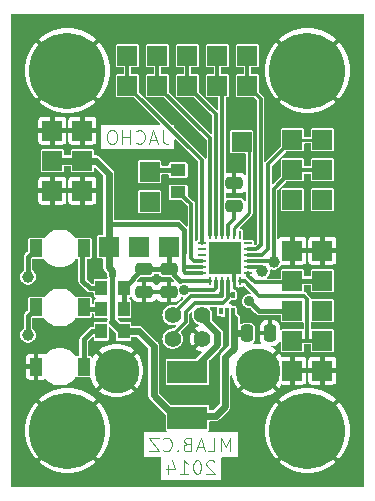
<source format=gbr>
%TF.GenerationSoftware,KiCad,Pcbnew,7.0.5.1-1-g8f565ef7f0-dirty-deb11*%
%TF.CreationDate,2023-07-05T00:46:35+00:00*%
%TF.ProjectId,USBI2C01,55534249-3243-4303-912e-6b696361645f,I2CUSB01A*%
%TF.SameCoordinates,Original*%
%TF.FileFunction,Copper,L2,Bot*%
%TF.FilePolarity,Positive*%
%FSLAX46Y46*%
G04 Gerber Fmt 4.6, Leading zero omitted, Abs format (unit mm)*
G04 Created by KiCad (PCBNEW 7.0.5.1-1-g8f565ef7f0-dirty-deb11) date 2023-07-05 00:46:35*
%MOMM*%
%LPD*%
G01*
G04 APERTURE LIST*
G04 Aperture macros list*
%AMRoundRect*
0 Rectangle with rounded corners*
0 $1 Rounding radius*
0 $2 $3 $4 $5 $6 $7 $8 $9 X,Y pos of 4 corners*
0 Add a 4 corners polygon primitive as box body*
4,1,4,$2,$3,$4,$5,$6,$7,$8,$9,$2,$3,0*
0 Add four circle primitives for the rounded corners*
1,1,$1+$1,$2,$3*
1,1,$1+$1,$4,$5*
1,1,$1+$1,$6,$7*
1,1,$1+$1,$8,$9*
0 Add four rect primitives between the rounded corners*
20,1,$1+$1,$2,$3,$4,$5,0*
20,1,$1+$1,$4,$5,$6,$7,0*
20,1,$1+$1,$6,$7,$8,$9,0*
20,1,$1+$1,$8,$9,$2,$3,0*%
G04 Aperture macros list end*
%ADD10C,0.101600*%
%TA.AperFunction,NonConductor*%
%ADD11C,0.101600*%
%TD*%
%TA.AperFunction,ComponentPad*%
%ADD12C,6.451600*%
%TD*%
%TA.AperFunction,ComponentPad*%
%ADD13R,1.651000X1.651000*%
%TD*%
%TA.AperFunction,ComponentPad*%
%ADD14C,1.422400*%
%TD*%
%TA.AperFunction,ComponentPad*%
%ADD15C,3.810000*%
%TD*%
%TA.AperFunction,SMDPad,CuDef*%
%ADD16R,1.050000X1.500000*%
%TD*%
%TA.AperFunction,SMDPad,CuDef*%
%ADD17R,3.400000X1.900000*%
%TD*%
%TA.AperFunction,SMDPad,CuDef*%
%ADD18R,1.295400X0.990600*%
%TD*%
%TA.AperFunction,SMDPad,CuDef*%
%ADD19R,0.990600X1.295400*%
%TD*%
%TA.AperFunction,SMDPad,CuDef*%
%ADD20RoundRect,0.250000X-0.250000X-0.475000X0.250000X-0.475000X0.250000X0.475000X-0.250000X0.475000X0*%
%TD*%
%TA.AperFunction,SMDPad,CuDef*%
%ADD21RoundRect,0.250000X-0.475000X0.250000X-0.475000X-0.250000X0.475000X-0.250000X0.475000X0.250000X0*%
%TD*%
%TA.AperFunction,SMDPad,CuDef*%
%ADD22R,0.350000X0.550000*%
%TD*%
%TA.AperFunction,SMDPad,CuDef*%
%ADD23R,0.250000X0.700000*%
%TD*%
%TA.AperFunction,SMDPad,CuDef*%
%ADD24R,0.700000X0.250000*%
%TD*%
%TA.AperFunction,SMDPad,CuDef*%
%ADD25R,2.700000X2.700000*%
%TD*%
%TA.AperFunction,SMDPad,CuDef*%
%ADD26RoundRect,0.250000X0.475000X-0.250000X0.475000X0.250000X-0.475000X0.250000X-0.475000X-0.250000X0*%
%TD*%
%TA.AperFunction,ViaPad*%
%ADD27C,0.906400*%
%TD*%
%TA.AperFunction,ViaPad*%
%ADD28C,1.006400*%
%TD*%
%TA.AperFunction,Conductor*%
%ADD29C,0.304800*%
%TD*%
%TA.AperFunction,Conductor*%
%ADD30C,0.254000*%
%TD*%
%TA.AperFunction,Conductor*%
%ADD31C,0.406400*%
%TD*%
%TA.AperFunction,Conductor*%
%ADD32C,0.609600*%
%TD*%
G04 APERTURE END LIST*
D10*
D11*
X152124817Y-122000326D02*
X152124817Y-120831926D01*
X152124817Y-120831926D02*
X151735350Y-121666497D01*
X151735350Y-121666497D02*
X151345884Y-120831926D01*
X151345884Y-120831926D02*
X151345884Y-122000326D01*
X150233122Y-122000326D02*
X150789503Y-122000326D01*
X150789503Y-122000326D02*
X150789503Y-120831926D01*
X149899293Y-121666497D02*
X149342912Y-121666497D01*
X150010569Y-122000326D02*
X149621103Y-120831926D01*
X149621103Y-120831926D02*
X149231636Y-122000326D01*
X148452702Y-121388307D02*
X148285788Y-121443945D01*
X148285788Y-121443945D02*
X148230150Y-121499583D01*
X148230150Y-121499583D02*
X148174512Y-121610859D01*
X148174512Y-121610859D02*
X148174512Y-121777773D01*
X148174512Y-121777773D02*
X148230150Y-121889049D01*
X148230150Y-121889049D02*
X148285788Y-121944688D01*
X148285788Y-121944688D02*
X148397064Y-122000326D01*
X148397064Y-122000326D02*
X148842169Y-122000326D01*
X148842169Y-122000326D02*
X148842169Y-120831926D01*
X148842169Y-120831926D02*
X148452702Y-120831926D01*
X148452702Y-120831926D02*
X148341426Y-120887564D01*
X148341426Y-120887564D02*
X148285788Y-120943202D01*
X148285788Y-120943202D02*
X148230150Y-121054478D01*
X148230150Y-121054478D02*
X148230150Y-121165754D01*
X148230150Y-121165754D02*
X148285788Y-121277030D01*
X148285788Y-121277030D02*
X148341426Y-121332668D01*
X148341426Y-121332668D02*
X148452702Y-121388307D01*
X148452702Y-121388307D02*
X148842169Y-121388307D01*
X147673769Y-121889049D02*
X147618131Y-121944688D01*
X147618131Y-121944688D02*
X147673769Y-122000326D01*
X147673769Y-122000326D02*
X147729407Y-121944688D01*
X147729407Y-121944688D02*
X147673769Y-121889049D01*
X147673769Y-121889049D02*
X147673769Y-122000326D01*
X146449731Y-121889049D02*
X146505369Y-121944688D01*
X146505369Y-121944688D02*
X146672283Y-122000326D01*
X146672283Y-122000326D02*
X146783559Y-122000326D01*
X146783559Y-122000326D02*
X146950474Y-121944688D01*
X146950474Y-121944688D02*
X147061750Y-121833411D01*
X147061750Y-121833411D02*
X147117388Y-121722135D01*
X147117388Y-121722135D02*
X147173026Y-121499583D01*
X147173026Y-121499583D02*
X147173026Y-121332668D01*
X147173026Y-121332668D02*
X147117388Y-121110116D01*
X147117388Y-121110116D02*
X147061750Y-120998840D01*
X147061750Y-120998840D02*
X146950474Y-120887564D01*
X146950474Y-120887564D02*
X146783559Y-120831926D01*
X146783559Y-120831926D02*
X146672283Y-120831926D01*
X146672283Y-120831926D02*
X146505369Y-120887564D01*
X146505369Y-120887564D02*
X146449731Y-120943202D01*
X146060264Y-120831926D02*
X145281331Y-120831926D01*
X145281331Y-120831926D02*
X146060264Y-122000326D01*
X146060264Y-122000326D02*
X145281331Y-122000326D01*
D10*
D11*
X150775705Y-122864202D02*
X150720067Y-122808564D01*
X150720067Y-122808564D02*
X150608791Y-122752926D01*
X150608791Y-122752926D02*
X150330600Y-122752926D01*
X150330600Y-122752926D02*
X150219324Y-122808564D01*
X150219324Y-122808564D02*
X150163686Y-122864202D01*
X150163686Y-122864202D02*
X150108048Y-122975478D01*
X150108048Y-122975478D02*
X150108048Y-123086754D01*
X150108048Y-123086754D02*
X150163686Y-123253668D01*
X150163686Y-123253668D02*
X150831343Y-123921326D01*
X150831343Y-123921326D02*
X150108048Y-123921326D01*
X149384753Y-122752926D02*
X149273476Y-122752926D01*
X149273476Y-122752926D02*
X149162200Y-122808564D01*
X149162200Y-122808564D02*
X149106562Y-122864202D01*
X149106562Y-122864202D02*
X149050924Y-122975478D01*
X149050924Y-122975478D02*
X148995286Y-123198030D01*
X148995286Y-123198030D02*
X148995286Y-123476221D01*
X148995286Y-123476221D02*
X149050924Y-123698773D01*
X149050924Y-123698773D02*
X149106562Y-123810049D01*
X149106562Y-123810049D02*
X149162200Y-123865688D01*
X149162200Y-123865688D02*
X149273476Y-123921326D01*
X149273476Y-123921326D02*
X149384753Y-123921326D01*
X149384753Y-123921326D02*
X149496029Y-123865688D01*
X149496029Y-123865688D02*
X149551667Y-123810049D01*
X149551667Y-123810049D02*
X149607305Y-123698773D01*
X149607305Y-123698773D02*
X149662943Y-123476221D01*
X149662943Y-123476221D02*
X149662943Y-123198030D01*
X149662943Y-123198030D02*
X149607305Y-122975478D01*
X149607305Y-122975478D02*
X149551667Y-122864202D01*
X149551667Y-122864202D02*
X149496029Y-122808564D01*
X149496029Y-122808564D02*
X149384753Y-122752926D01*
X147882524Y-123921326D02*
X148550181Y-123921326D01*
X148216353Y-123921326D02*
X148216353Y-122752926D01*
X148216353Y-122752926D02*
X148327629Y-122919840D01*
X148327629Y-122919840D02*
X148438905Y-123031116D01*
X148438905Y-123031116D02*
X148550181Y-123086754D01*
X146881038Y-123142392D02*
X146881038Y-123921326D01*
X147159229Y-122697288D02*
X147437419Y-123531859D01*
X147437419Y-123531859D02*
X146714124Y-123531859D01*
D10*
D11*
X146393488Y-94796926D02*
X146393488Y-95631497D01*
X146393488Y-95631497D02*
X146449127Y-95798411D01*
X146449127Y-95798411D02*
X146560403Y-95909688D01*
X146560403Y-95909688D02*
X146727317Y-95965326D01*
X146727317Y-95965326D02*
X146838593Y-95965326D01*
X145892745Y-95631497D02*
X145336364Y-95631497D01*
X146004021Y-95965326D02*
X145614555Y-94796926D01*
X145614555Y-94796926D02*
X145225088Y-95965326D01*
X144167964Y-95854049D02*
X144223602Y-95909688D01*
X144223602Y-95909688D02*
X144390516Y-95965326D01*
X144390516Y-95965326D02*
X144501792Y-95965326D01*
X144501792Y-95965326D02*
X144668707Y-95909688D01*
X144668707Y-95909688D02*
X144779983Y-95798411D01*
X144779983Y-95798411D02*
X144835621Y-95687135D01*
X144835621Y-95687135D02*
X144891259Y-95464583D01*
X144891259Y-95464583D02*
X144891259Y-95297668D01*
X144891259Y-95297668D02*
X144835621Y-95075116D01*
X144835621Y-95075116D02*
X144779983Y-94963840D01*
X144779983Y-94963840D02*
X144668707Y-94852564D01*
X144668707Y-94852564D02*
X144501792Y-94796926D01*
X144501792Y-94796926D02*
X144390516Y-94796926D01*
X144390516Y-94796926D02*
X144223602Y-94852564D01*
X144223602Y-94852564D02*
X144167964Y-94908202D01*
X143667221Y-95965326D02*
X143667221Y-94796926D01*
X143667221Y-95353307D02*
X142999564Y-95353307D01*
X142999564Y-95965326D02*
X142999564Y-94796926D01*
X142220631Y-94796926D02*
X141998078Y-94796926D01*
X141998078Y-94796926D02*
X141886802Y-94852564D01*
X141886802Y-94852564D02*
X141775526Y-94963840D01*
X141775526Y-94963840D02*
X141719888Y-95186392D01*
X141719888Y-95186392D02*
X141719888Y-95575859D01*
X141719888Y-95575859D02*
X141775526Y-95798411D01*
X141775526Y-95798411D02*
X141886802Y-95909688D01*
X141886802Y-95909688D02*
X141998078Y-95965326D01*
X141998078Y-95965326D02*
X142220631Y-95965326D01*
X142220631Y-95965326D02*
X142331907Y-95909688D01*
X142331907Y-95909688D02*
X142443183Y-95798411D01*
X142443183Y-95798411D02*
X142498821Y-95575859D01*
X142498821Y-95575859D02*
X142498821Y-95186392D01*
X142498821Y-95186392D02*
X142443183Y-94963840D01*
X142443183Y-94963840D02*
X142331907Y-94852564D01*
X142331907Y-94852564D02*
X142220631Y-94796926D01*
D12*
%TO.P,X4,P$1,P$1*%
%TO.N,GND*%
X138341100Y-89763600D03*
%TD*%
%TO.P,X3,P$1,P$1*%
%TO.N,GND*%
X138341100Y-120243600D03*
%TD*%
D13*
%TO.P,SV7,1*%
%TO.N,Net-(SV7-Pad1)*%
X153104850Y-95796100D03*
%TD*%
%TO.P,SV4,1*%
%TO.N,Net-(D2-PadK)*%
X159931100Y-100717350D03*
%TO.P,SV4,2*%
X157391100Y-100717350D03*
%TO.P,SV4,3*%
%TO.N,Net-(X1-PadP$22)*%
X159931100Y-98177350D03*
%TO.P,SV4,4*%
X157391100Y-98177350D03*
%TO.P,SV4,5*%
%TO.N,Net-(X1-PadP$21)*%
X159931100Y-95637350D03*
%TO.P,SV4,6*%
X157391100Y-95637350D03*
%TD*%
D12*
%TO.P,X6,P$1,P$1*%
%TO.N,GND*%
X158661100Y-89763600D03*
%TD*%
D13*
%TO.P,SV3,1*%
%TO.N,+3.3V*%
X146913600Y-104686100D03*
%TO.P,SV3,2*%
%TO.N,Net-(SV3-Pad2)*%
X144373600Y-104686100D03*
%TO.P,SV3,3*%
%TO.N,+5V*%
X141833600Y-104686100D03*
%TD*%
%TO.P,SV6,1*%
%TO.N,GND*%
X139611100Y-99923600D03*
%TO.P,SV6,2*%
X137071100Y-99923600D03*
%TO.P,SV6,3*%
%TO.N,+5V*%
X139611100Y-97383600D03*
%TO.P,SV6,4*%
X137071100Y-97383600D03*
%TO.P,SV6,5*%
%TO.N,GND*%
X139611100Y-94843600D03*
%TO.P,SV6,6*%
X137071100Y-94843600D03*
%TD*%
%TO.P,SV2,1*%
%TO.N,GND*%
X159931100Y-115163600D03*
%TO.P,SV2,2*%
X157391100Y-115163600D03*
%TO.P,SV2,3*%
%TO.N,Net-(X1-PadP$1)*%
X159931100Y-112623600D03*
%TO.P,SV2,4*%
X157391100Y-112623600D03*
%TO.P,SV2,5*%
%TO.N,Net-(SV3-Pad2)*%
X159931100Y-110083600D03*
%TO.P,SV2,6*%
X157391100Y-110083600D03*
%TO.P,SV2,7*%
%TO.N,Net-(X1-PadP$24)*%
X159931100Y-107543600D03*
%TO.P,SV2,8*%
X157391100Y-107543600D03*
%TO.P,SV2,9*%
%TO.N,GND*%
X159931100Y-105003600D03*
%TO.P,SV2,10*%
X157391100Y-105003600D03*
%TD*%
D12*
%TO.P,X5,P$1,P$1*%
%TO.N,GND*%
X158661100Y-120243600D03*
%TD*%
D13*
%TO.P,SV5,1*%
%TO.N,Net-(SV5-Pad1)*%
X153581100Y-88493600D03*
%TO.P,SV5,2*%
X153581100Y-91033600D03*
%TO.P,SV5,3*%
%TO.N,Net-(X1-PadP$15)*%
X151041100Y-88493600D03*
%TO.P,SV5,4*%
X151041100Y-91033600D03*
%TO.P,SV5,5*%
%TO.N,Net-(X1-PadP$14)*%
X148501100Y-88493600D03*
%TO.P,SV5,6*%
X148501100Y-91033600D03*
%TO.P,SV5,7*%
%TO.N,Net-(X1-PadP$13)*%
X145961100Y-88493600D03*
%TO.P,SV5,8*%
X145961100Y-91033600D03*
%TO.P,SV5,9*%
%TO.N,Net-(X1-PadP$12)*%
X143421100Y-88493600D03*
%TO.P,SV5,10*%
X143421100Y-91033600D03*
%TD*%
%TO.P,SV1,1*%
%TO.N,+3.3V*%
X145326100Y-100876100D03*
%TO.P,SV1,2*%
%TO.N,Net-(R5-Pad2)*%
X145326100Y-98336100D03*
%TD*%
D14*
%TO.P,X2,1,+5V*%
%TO.N,Net-(P1-Pad1)*%
X149751100Y-110463600D03*
%TO.P,X2,2,DATA-*%
%TO.N,Net-(D4-Pad4)*%
X147251100Y-110463600D03*
%TO.P,X2,3,DATA+*%
%TO.N,Net-(D4-Pad5)*%
X147251100Y-112463600D03*
%TO.P,X2,4,GND*%
%TO.N,GND*%
X149751100Y-112463600D03*
D15*
%TO.P,X2,GND,GND*%
X142501100Y-115163600D03*
%TO.P,X2,GND2,GND*%
X154501100Y-115163600D03*
%TD*%
D16*
%TO.P,D2,A,A*%
%TO.N,Net-(D2-PadA)*%
X139706100Y-104823600D03*
%TO.P,D2,K,C*%
%TO.N,Net-(D2-PadK)*%
X135706100Y-104823600D03*
%TD*%
D17*
%TO.P,P1,1,1*%
%TO.N,Net-(P1-Pad1)*%
X148501100Y-115277350D03*
%TO.P,P1,2,2*%
%TO.N,+5V*%
X148501100Y-119177350D03*
%TD*%
D18*
%TO.P,R5,1,1*%
%TO.N,Net-(R5-Pad1)*%
X147707350Y-100079850D03*
%TO.P,R5,2,2*%
%TO.N,Net-(R5-Pad2)*%
X147707350Y-98179850D03*
%TD*%
D16*
%TO.P,D1,A,A*%
%TO.N,Net-(D1-PadA)*%
X139706100Y-114823600D03*
%TO.P,D1,K,C*%
%TO.N,GND*%
X135706100Y-114823600D03*
%TD*%
D19*
%TO.P,R4,1,1*%
%TO.N,+3.3V*%
X143101100Y-108178600D03*
%TO.P,R4,2,2*%
%TO.N,Net-(D2-PadA)*%
X141201100Y-108178600D03*
%TD*%
%TO.P,R3,1,1*%
%TO.N,+3.3V*%
X143101100Y-109924850D03*
%TO.P,R3,2,2*%
%TO.N,Net-(D3-PadA)*%
X141201100Y-109924850D03*
%TD*%
D20*
%TO.P,C1,1,1*%
%TO.N,+5V*%
X153583600Y-111988600D03*
%TO.P,C1,2,2*%
%TO.N,GND*%
X155483600Y-111988600D03*
%TD*%
D16*
%TO.P,D3,A,A*%
%TO.N,Net-(D3-PadA)*%
X139706100Y-109823600D03*
%TO.P,D3,K,C*%
%TO.N,Net-(X1-PadP$22)*%
X135706100Y-109823600D03*
%TD*%
D21*
%TO.P,C3,1,1*%
%TO.N,+3.3V*%
X146913600Y-106593600D03*
%TO.P,C3,2,2*%
%TO.N,GND*%
X146913600Y-108493600D03*
%TD*%
D22*
%TO.P,D4,1*%
%TO.N,+5V*%
X152334850Y-110123600D03*
%TO.P,D4,2*%
%TO.N,GND*%
X151834850Y-110123600D03*
%TO.P,D4,3*%
%TO.N,unconnected-(D4-Pad3)*%
X151334850Y-110123600D03*
%TO.P,D4,4*%
%TO.N,Net-(D4-Pad4)*%
X151334850Y-108773600D03*
%TO.P,D4,5*%
%TO.N,Net-(D4-Pad5)*%
X152334850Y-108773600D03*
%TD*%
D23*
%TO.P,X1,P$1,SDA*%
%TO.N,Net-(X1-PadP$1)*%
X152926100Y-107613600D03*
%TO.P,X1,P$2,GND*%
%TO.N,GND*%
X152426100Y-107613600D03*
%TO.P,X1,P$3,D+*%
%TO.N,Net-(D4-Pad5)*%
X151926100Y-107613600D03*
%TO.P,X1,P$4,D-*%
%TO.N,Net-(D4-Pad4)*%
X151426100Y-107613600D03*
%TO.P,X1,P$5,VIO*%
%TO.N,Net-(R5-Pad2)*%
X150926100Y-107613600D03*
%TO.P,X1,P$6,VDD*%
%TO.N,+3.3V*%
X150426100Y-107613600D03*
D24*
%TO.P,X1,P$7,REGIN*%
%TO.N,+5V*%
X149701100Y-106888600D03*
%TO.P,X1,P$8,VBUS*%
X149701100Y-106388600D03*
%TO.P,X1,P$9,/RST*%
%TO.N,Net-(R5-Pad1)*%
X149701100Y-105888600D03*
%TO.P,X1,P$10*%
%TO.N,N/C*%
X149701100Y-105388600D03*
%TO.P,X1,P$11,SUSPEND*%
%TO.N,unconnected-(X1-PadP$11)*%
X149701100Y-104888600D03*
%TO.P,X1,P$12,GPIO7-CLK*%
%TO.N,Net-(X1-PadP$12)*%
X149701100Y-104388600D03*
D23*
%TO.P,X1,P$13,GPIO6*%
%TO.N,Net-(X1-PadP$13)*%
X150426100Y-103663600D03*
%TO.P,X1,P$14,GPIO5*%
%TO.N,Net-(X1-PadP$14)*%
X150926100Y-103663600D03*
%TO.P,X1,P$15,GPIO4*%
%TO.N,Net-(X1-PadP$15)*%
X151426100Y-103663600D03*
%TO.P,X1,P$16,VPP*%
%TO.N,Net-(C4-Pad1)*%
X151926100Y-103663600D03*
%TO.P,X1,P$17,/SUSPEND*%
%TO.N,Net-(SV7-Pad1)*%
X152426100Y-103663600D03*
%TO.P,X1,P$18*%
%TO.N,N/C*%
X152926100Y-103663600D03*
D24*
%TO.P,X1,P$19*%
X153651100Y-104388600D03*
%TO.P,X1,P$20,GPIO3*%
%TO.N,Net-(SV5-Pad1)*%
X153651100Y-104888600D03*
%TO.P,X1,P$21,GPIO2*%
%TO.N,Net-(X1-PadP$21)*%
X153651100Y-105388600D03*
%TO.P,X1,P$22,GPIO1-RXT*%
%TO.N,Net-(X1-PadP$22)*%
X153651100Y-105888600D03*
%TO.P,X1,P$23,GPIO0-TXT*%
%TO.N,Net-(D2-PadK)*%
X153651100Y-106388600D03*
%TO.P,X1,P$24,SCL*%
%TO.N,Net-(X1-PadP$24)*%
X153651100Y-106888600D03*
D25*
%TO.P,X1,P$25,GND*%
%TO.N,GND*%
X151676100Y-105638600D03*
%TD*%
D19*
%TO.P,R1,1,1*%
%TO.N,Net-(D1-PadA)*%
X141201100Y-111829850D03*
%TO.P,R1,2,2*%
%TO.N,+5V*%
X143101100Y-111829850D03*
%TD*%
D26*
%TO.P,C4,1,1*%
%TO.N,Net-(C4-Pad1)*%
X152469850Y-101191100D03*
%TO.P,C4,2,2*%
%TO.N,GND*%
X152469850Y-99291100D03*
%TD*%
D21*
%TO.P,C2,1,1*%
%TO.N,+3.3V*%
X144849850Y-106593600D03*
%TO.P,C2,2,2*%
%TO.N,GND*%
X144849850Y-108493600D03*
%TD*%
D27*
%TO.N,GND*%
X151517350Y-111036100D03*
X153422350Y-110401100D03*
X145484850Y-111353600D03*
X145484850Y-110242350D03*
X144373600Y-110242350D03*
D28*
%TO.N,Net-(D2-PadK)*%
X154851100Y-106749850D03*
X135007350Y-107226100D03*
D27*
%TO.N,Net-(R5-Pad2)*%
X148183600Y-108337350D03*
D28*
%TO.N,Net-(X1-PadP$22)*%
X135007350Y-112147350D03*
X155803600Y-105956100D03*
D27*
%TO.N,Net-(SV3-Pad2)*%
X153739850Y-109289850D03*
%TD*%
D29*
%TO.N,GND*%
X152426100Y-106388600D02*
X151676100Y-105638600D01*
X152426100Y-107613600D02*
X152426100Y-106388600D01*
D30*
X152426100Y-108134850D02*
X152469850Y-108178600D01*
X152628600Y-108178600D02*
X153104850Y-108654850D01*
X152426100Y-107613600D02*
X152426100Y-108134850D01*
X152469850Y-108178600D02*
X152628600Y-108178600D01*
D29*
%TO.N,+3.3V*%
X148888600Y-107613600D02*
X148818600Y-107543600D01*
D31*
X146913600Y-106593600D02*
X144849850Y-106593600D01*
D29*
X148818600Y-107543600D02*
X147863600Y-107543600D01*
D31*
X143101100Y-108178600D02*
X144686100Y-106593600D01*
X143101100Y-109924850D02*
X143101100Y-108178600D01*
D29*
X150426100Y-107613600D02*
X148888600Y-107613600D01*
D31*
X144686100Y-106593600D02*
X144849850Y-106593600D01*
X147863600Y-107543600D02*
X147704850Y-107384850D01*
X146913600Y-106593600D02*
X146913600Y-104686100D01*
X147704850Y-107384850D02*
X146913600Y-106593600D01*
D29*
%TO.N,+5V*%
X152334850Y-110694850D02*
X152469850Y-110718600D01*
X148322350Y-106888600D02*
X148183600Y-106749850D01*
X148298600Y-106388600D02*
X148183600Y-106273600D01*
X148183600Y-106273600D02*
X148183600Y-105162350D01*
X149701100Y-106888600D02*
X148639850Y-106888600D01*
D32*
X151676100Y-114052350D02*
X151676100Y-118179850D01*
X139611100Y-97383600D02*
X140722350Y-97383600D01*
X141833600Y-104686100D02*
X141833600Y-102781100D01*
X141833600Y-98494850D02*
X140881100Y-97542350D01*
D31*
X148183600Y-103574850D02*
X148183600Y-105162350D01*
X148183600Y-103257350D02*
X147707350Y-102781100D01*
D32*
X152334850Y-113393600D02*
X152469850Y-113258600D01*
X152311100Y-113417350D02*
X151676100Y-114052350D01*
X142151100Y-106749850D02*
X142151100Y-107067350D01*
X144373600Y-111829850D02*
X145643600Y-113099850D01*
X153583600Y-111988600D02*
X152628600Y-111988600D01*
D31*
X142151100Y-110718600D02*
X142151100Y-111036100D01*
D32*
X148704850Y-118973600D02*
X148501100Y-119177350D01*
D31*
X142151100Y-107067350D02*
X142151100Y-110718600D01*
D32*
X142944850Y-111829850D02*
X143101100Y-111829850D01*
D29*
X152334850Y-110123600D02*
X152334850Y-110694850D01*
D32*
X145643600Y-117227350D02*
X145643600Y-115843600D01*
X152628600Y-111988600D02*
X152469850Y-111829850D01*
X141833600Y-102781100D02*
X141833600Y-102622350D01*
D29*
X149701100Y-106388600D02*
X148298600Y-106388600D01*
D31*
X147707350Y-102781100D02*
X141992350Y-102781100D01*
X141992350Y-102781100D02*
X141833600Y-102622350D01*
X148183600Y-103574850D02*
X148183600Y-103257350D01*
X152334850Y-113393600D02*
X152311100Y-113417350D01*
D32*
X142151100Y-111036100D02*
X142944850Y-111829850D01*
X151676100Y-118179850D02*
X150882350Y-118973600D01*
X152469850Y-111829850D02*
X152469850Y-110718600D01*
X141833600Y-104686100D02*
X141833600Y-106432350D01*
D29*
X148639850Y-106888600D02*
X148322350Y-106888600D01*
X148183600Y-106749850D02*
X148183600Y-106273600D01*
D32*
X145643600Y-113099850D02*
X145643600Y-115843600D01*
X147389850Y-118973600D02*
X145643600Y-117227350D01*
X141833600Y-102622350D02*
X141833600Y-98494850D01*
X148704850Y-118973600D02*
X147389850Y-118973600D01*
X143101100Y-111829850D02*
X144373600Y-111829850D01*
X140722350Y-97383600D02*
X140881100Y-97542350D01*
X137071100Y-97383600D02*
X139611100Y-97383600D01*
X141833600Y-106432350D02*
X142151100Y-106749850D01*
X150882350Y-118973600D02*
X148704850Y-118973600D01*
X152469850Y-113258600D02*
X152469850Y-111829850D01*
D29*
%TO.N,Net-(C4-Pad1)*%
X152469850Y-102304850D02*
X152469850Y-101191100D01*
X151926100Y-103663600D02*
X151926100Y-102848600D01*
X151926100Y-102848600D02*
X152469850Y-102304850D01*
D31*
%TO.N,Net-(D1-PadA)*%
X139706100Y-114823600D02*
X139706100Y-112528600D01*
X140404850Y-111829850D02*
X141201100Y-111829850D01*
X139706100Y-112528600D02*
X140404850Y-111829850D01*
%TO.N,Net-(D2-PadA)*%
X139611100Y-104918600D02*
X139706100Y-104823600D01*
X139611100Y-107543600D02*
X139611100Y-104918600D01*
X141201100Y-108178600D02*
X140246100Y-108178600D01*
X140246100Y-108178600D02*
X139611100Y-107543600D01*
%TO.N,Net-(D2-PadK)*%
X135007350Y-107226100D02*
X135007350Y-105522350D01*
D29*
X154489850Y-106388600D02*
X154533600Y-106432350D01*
D31*
X135007350Y-105522350D02*
X135706100Y-104823600D01*
D29*
X153651100Y-106388600D02*
X154489850Y-106388600D01*
D31*
X154851100Y-106749850D02*
X154533600Y-106432350D01*
%TO.N,Net-(D3-PadA)*%
X139807350Y-109924850D02*
X139706100Y-109823600D01*
X141201100Y-109924850D02*
X139807350Y-109924850D01*
D32*
%TO.N,Net-(P1-Pad1)*%
X148614850Y-115163600D02*
X148501100Y-115277350D01*
X149294850Y-114687350D02*
X150882350Y-113099850D01*
X150088600Y-110801100D02*
X149751100Y-110463600D01*
X149294850Y-115163600D02*
X148614850Y-115163600D01*
X149294850Y-115163600D02*
X149294850Y-114687350D01*
X151041100Y-111988600D02*
X150088600Y-111036100D01*
X150088600Y-111036100D02*
X150088600Y-110801100D01*
X151041100Y-112941100D02*
X151041100Y-111988600D01*
X150882350Y-113099850D02*
X151041100Y-112941100D01*
D29*
%TO.N,Net-(R5-Pad1)*%
X148818600Y-101037350D02*
X147707350Y-100079850D01*
X149701100Y-105888600D02*
X149068600Y-105888600D01*
X148818600Y-105638600D02*
X148818600Y-101037350D01*
X149068600Y-105888600D02*
X148818600Y-105638600D01*
D31*
%TO.N,Net-(R5-Pad2)*%
X147707350Y-98179850D02*
X145482350Y-98179850D01*
D29*
X150723600Y-108337350D02*
X148183600Y-108337350D01*
X150926100Y-108134850D02*
X150723600Y-108337350D01*
X150926100Y-107613600D02*
X150926100Y-108134850D01*
D31*
X145482350Y-98179850D02*
X145326100Y-98336100D01*
D29*
%TO.N,Net-(SV5-Pad1)*%
X153977975Y-91430475D02*
X153581100Y-91033600D01*
X154331100Y-104888600D02*
X154692350Y-104527350D01*
X154013600Y-104888600D02*
X154331100Y-104888600D01*
X154692350Y-104527350D02*
X154692350Y-92144850D01*
X154013600Y-104888600D02*
X153651100Y-104888600D01*
X154374850Y-91827350D02*
X153977975Y-91430475D01*
X154692350Y-92144850D02*
X153977975Y-91430475D01*
X153581100Y-88493600D02*
X153581100Y-91033600D01*
%TO.N,Net-(X1-PadP$15)*%
X151426100Y-91418600D02*
X151041100Y-91033600D01*
X151041100Y-88493600D02*
X151041100Y-91033600D01*
X151426100Y-103663600D02*
X151426100Y-91418600D01*
%TO.N,Net-(X1-PadP$14)*%
X150926100Y-93458600D02*
X148501100Y-91033600D01*
X148501100Y-88493600D02*
X148501100Y-91033600D01*
X150926100Y-103663600D02*
X150926100Y-93458600D01*
%TO.N,Net-(X1-PadP$13)*%
X150426100Y-95498600D02*
X145961100Y-91033600D01*
X150426100Y-103663600D02*
X150426100Y-95498600D01*
X145961100Y-88493600D02*
X145961100Y-91033600D01*
%TO.N,Net-(X1-PadP$12)*%
X149701100Y-104388600D02*
X149701100Y-97313600D01*
X149701100Y-97313600D02*
X143421100Y-91033600D01*
X143421100Y-88493600D02*
X143421100Y-91033600D01*
D30*
%TO.N,Net-(SV7-Pad1)*%
X153739850Y-101828600D02*
X152469850Y-103098600D01*
X152426100Y-103142350D02*
X152426100Y-103663600D01*
X152469850Y-103098600D02*
X152426100Y-103142350D01*
X153104850Y-95796100D02*
X153739850Y-96589850D01*
X153739850Y-96589850D02*
X153739850Y-101828600D01*
D29*
%TO.N,Net-(D4-Pad4)*%
X147251100Y-110381100D02*
X148818600Y-108813600D01*
X151426100Y-108523600D02*
X151426100Y-108841100D01*
X151426100Y-107613600D02*
X151426100Y-108523600D01*
X151136100Y-108813600D02*
X151334850Y-108773600D01*
X148818600Y-108813600D02*
X151136100Y-108813600D01*
X147251100Y-110463600D02*
X147251100Y-110381100D01*
X151426100Y-108841100D02*
X151334850Y-108773600D01*
%TO.N,Net-(D4-Pad5)*%
X147251100Y-112463600D02*
X147251100Y-112127350D01*
X151926100Y-108654850D02*
X151926100Y-107613600D01*
X148342350Y-111036100D02*
X148342350Y-110242350D01*
X151926100Y-108654850D02*
X151926100Y-108813600D01*
X151926100Y-108813600D02*
X151926100Y-109039850D01*
X149136100Y-109448600D02*
X148342350Y-110242350D01*
X149136100Y-109448600D02*
X151517350Y-109448600D01*
X151966100Y-108773600D02*
X151926100Y-108813600D01*
X147251100Y-112127350D02*
X148342350Y-111036100D01*
X151517350Y-109448600D02*
X151926100Y-109039850D01*
X152334850Y-108773600D02*
X151966100Y-108773600D01*
%TO.N,Net-(X1-PadP$22)*%
X153651100Y-105888600D02*
X155894850Y-105888600D01*
D31*
X135007350Y-112147350D02*
X135007350Y-110522350D01*
D29*
X157391100Y-98177350D02*
X159931100Y-98177350D01*
D31*
X135007350Y-110522350D02*
X135706100Y-109823600D01*
D29*
X155894850Y-105888600D02*
X155803600Y-105956100D01*
X155803600Y-99764850D02*
X157391100Y-98177350D01*
X155803600Y-105956100D02*
X155803600Y-99764850D01*
%TO.N,Net-(X1-PadP$21)*%
X155327350Y-97701100D02*
X157391100Y-95637350D01*
X153651100Y-105388600D02*
X154783600Y-105388600D01*
D30*
X157391100Y-95637350D02*
X159931100Y-95637350D01*
D29*
X154783600Y-105388600D02*
X155327350Y-104844850D01*
X155327350Y-104844850D02*
X155327350Y-97701100D01*
%TO.N,Net-(X1-PadP$1)*%
X158343600Y-108813600D02*
X158661100Y-109131100D01*
X153333600Y-107613600D02*
X154533600Y-108813600D01*
X152926100Y-107613600D02*
X153333600Y-107613600D01*
X158661100Y-109131100D02*
X158661100Y-112623600D01*
X159931100Y-112623600D02*
X158661100Y-112623600D01*
X158661100Y-112623600D02*
X157391100Y-112623600D01*
X154533600Y-108813600D02*
X158343600Y-108813600D01*
D31*
%TO.N,Net-(SV3-Pad2)*%
X154533600Y-110083600D02*
X153739850Y-109289850D01*
X157391100Y-110083600D02*
X154533600Y-110083600D01*
D29*
%TO.N,Net-(X1-PadP$24)*%
X154216100Y-107702350D02*
X157232350Y-107702350D01*
X157232350Y-107702350D02*
X157391100Y-107543600D01*
D31*
X159931100Y-107543600D02*
X157391100Y-107543600D01*
D29*
X153651100Y-106888600D02*
X153651100Y-107137350D01*
X153651100Y-107137350D02*
X154216100Y-107702350D01*
%TD*%
%TA.AperFunction,Conductor*%
%TO.N,GND*%
G36*
X146042731Y-106967293D02*
G01*
X146061395Y-106990758D01*
X146108584Y-107083371D01*
X146198829Y-107173616D01*
X146312543Y-107231556D01*
X146312545Y-107231557D01*
X146406892Y-107246500D01*
X147031750Y-107246500D01*
X147080088Y-107264093D01*
X147084924Y-107268526D01*
X147326824Y-107510426D01*
X147348564Y-107557046D01*
X147335250Y-107606733D01*
X147293113Y-107636238D01*
X147273650Y-107638800D01*
X147091000Y-107638800D01*
X147091000Y-109348400D01*
X147428239Y-109348400D01*
X147546486Y-109332832D01*
X147693608Y-109271892D01*
X147693611Y-109271890D01*
X147793108Y-109195544D01*
X147830145Y-109183866D01*
X147832050Y-109162106D01*
X147840544Y-109148108D01*
X147916890Y-109048611D01*
X147916893Y-109048606D01*
X147947853Y-108973861D01*
X147982605Y-108935935D01*
X148027141Y-108928081D01*
X148092648Y-108936705D01*
X148138273Y-108960456D01*
X148157958Y-109007980D01*
X148142490Y-109057040D01*
X148136004Y-109064435D01*
X147953378Y-109247061D01*
X147908425Y-109268023D01*
X147902310Y-109295609D01*
X147892061Y-109308378D01*
X147584406Y-109616033D01*
X147537786Y-109637773D01*
X147515599Y-109636416D01*
X147341921Y-109599500D01*
X147160279Y-109599500D01*
X147082497Y-109616033D01*
X146982605Y-109637265D01*
X146816666Y-109711146D01*
X146669725Y-109817905D01*
X146669720Y-109817909D01*
X146548176Y-109952896D01*
X146457358Y-110110200D01*
X146401226Y-110282957D01*
X146382240Y-110463599D01*
X146401226Y-110644242D01*
X146401226Y-110644244D01*
X146401227Y-110644246D01*
X146452386Y-110801699D01*
X146457358Y-110816999D01*
X146548176Y-110974303D01*
X146669720Y-111109290D01*
X146669725Y-111109294D01*
X146816666Y-111216053D01*
X146816669Y-111216054D01*
X146816670Y-111216055D01*
X146982607Y-111289935D01*
X147160279Y-111327700D01*
X147160281Y-111327700D01*
X147341919Y-111327700D01*
X147341921Y-111327700D01*
X147445459Y-111305692D01*
X147496395Y-111312851D01*
X147530815Y-111351078D01*
X147532611Y-111402487D01*
X147514265Y-111432423D01*
X147369214Y-111577474D01*
X147322595Y-111599214D01*
X147316041Y-111599500D01*
X147160279Y-111599500D01*
X147085729Y-111615346D01*
X146982605Y-111637265D01*
X146816666Y-111711146D01*
X146669725Y-111817905D01*
X146669720Y-111817909D01*
X146548176Y-111952896D01*
X146457358Y-112110200D01*
X146401226Y-112282957D01*
X146382240Y-112463600D01*
X146401226Y-112644242D01*
X146401226Y-112644244D01*
X146401227Y-112644246D01*
X146454721Y-112808885D01*
X146457358Y-112816999D01*
X146548176Y-112974303D01*
X146669720Y-113109290D01*
X146669725Y-113109294D01*
X146816666Y-113216053D01*
X146816669Y-113216054D01*
X146816670Y-113216055D01*
X146982607Y-113289935D01*
X147160279Y-113327700D01*
X147160281Y-113327700D01*
X147341919Y-113327700D01*
X147341921Y-113327700D01*
X147519593Y-113289935D01*
X147685530Y-113216055D01*
X147698565Y-113206585D01*
X147832474Y-113109294D01*
X147832472Y-113109294D01*
X147832481Y-113109289D01*
X147954023Y-112974303D01*
X148044843Y-112816997D01*
X148100973Y-112644246D01*
X148119960Y-112463600D01*
X148100973Y-112282954D01*
X148044843Y-112110203D01*
X147974970Y-111989178D01*
X147954025Y-111952900D01*
X147951710Y-111949714D01*
X147953329Y-111948537D01*
X147936682Y-111907365D01*
X147952564Y-111858438D01*
X147958653Y-111851554D01*
X148514339Y-111295868D01*
X148524350Y-111288668D01*
X148523961Y-111288153D01*
X148529516Y-111283957D01*
X148529521Y-111283955D01*
X148562655Y-111247607D01*
X148563807Y-111246400D01*
X148578233Y-111231976D01*
X148580774Y-111228265D01*
X148583995Y-111224198D01*
X148606417Y-111199604D01*
X148611088Y-111187543D01*
X148619170Y-111172214D01*
X148626474Y-111161553D01*
X148634092Y-111129158D01*
X148635628Y-111124198D01*
X148647650Y-111093170D01*
X148647650Y-111080241D01*
X148649648Y-111063022D01*
X148649652Y-111063007D01*
X148652607Y-111050443D01*
X148650888Y-111038122D01*
X148648011Y-111017493D01*
X148647650Y-111012292D01*
X148647650Y-110399957D01*
X148665243Y-110351619D01*
X148669676Y-110346783D01*
X148770766Y-110245693D01*
X148817386Y-110223953D01*
X148867073Y-110237267D01*
X148896578Y-110279404D01*
X148898728Y-110306728D01*
X148882240Y-110463599D01*
X148901226Y-110644242D01*
X148901226Y-110644244D01*
X148901227Y-110644246D01*
X148952386Y-110801699D01*
X148957358Y-110816999D01*
X149048176Y-110974303D01*
X149169720Y-111109290D01*
X149169725Y-111109294D01*
X149316666Y-111216053D01*
X149316669Y-111216054D01*
X149316670Y-111216055D01*
X149482607Y-111289935D01*
X149482608Y-111289935D01*
X149486208Y-111291538D01*
X149485349Y-111293466D01*
X149520100Y-111320614D01*
X149530798Y-111370929D01*
X149506651Y-111416349D01*
X149478159Y-111432429D01*
X149341180Y-111473981D01*
X149156006Y-111572959D01*
X149155991Y-111572969D01*
X149131472Y-111593091D01*
X149575826Y-112037445D01*
X149489046Y-112079237D01*
X149387395Y-112173555D01*
X149322527Y-112285908D01*
X148880591Y-111843972D01*
X148860469Y-111868491D01*
X148860459Y-111868506D01*
X148761480Y-112053682D01*
X148700523Y-112254628D01*
X148679942Y-112463599D01*
X148700523Y-112672571D01*
X148761480Y-112873517D01*
X148860462Y-113058698D01*
X148860466Y-113058704D01*
X148880591Y-113083226D01*
X149325508Y-112638309D01*
X149348228Y-112696198D01*
X149434686Y-112804613D01*
X149549259Y-112882727D01*
X149574932Y-112890646D01*
X149131472Y-113334107D01*
X149156000Y-113354236D01*
X149156006Y-113354241D01*
X149341182Y-113453219D01*
X149341181Y-113453219D01*
X149542129Y-113514176D01*
X149637525Y-113523571D01*
X149683906Y-113545817D01*
X149705136Y-113592672D01*
X149691282Y-113642211D01*
X149683329Y-113651583D01*
X149182489Y-114152424D01*
X149135869Y-114174164D01*
X149129315Y-114174450D01*
X146786044Y-114174450D01*
X146786042Y-114174451D01*
X146741440Y-114183322D01*
X146690867Y-114217114D01*
X146657072Y-114267692D01*
X146657071Y-114267693D01*
X146648200Y-114312292D01*
X146648200Y-116242405D01*
X146648201Y-116242407D01*
X146657072Y-116287009D01*
X146690864Y-116337582D01*
X146690865Y-116337582D01*
X146690866Y-116337584D01*
X146741442Y-116371378D01*
X146786043Y-116380250D01*
X150216156Y-116380249D01*
X150260758Y-116371378D01*
X150311334Y-116337584D01*
X150345128Y-116287008D01*
X150354000Y-116242407D01*
X150353999Y-114312294D01*
X150353999Y-114312292D01*
X150353999Y-114308600D01*
X150355621Y-114308600D01*
X150366941Y-114264371D01*
X150375843Y-114253640D01*
X151151018Y-113478466D01*
X151151023Y-113478462D01*
X151157210Y-113472274D01*
X151157212Y-113472274D01*
X151345080Y-113284404D01*
X151348210Y-113281607D01*
X151380408Y-113255932D01*
X151414088Y-113206529D01*
X151414821Y-113205496D01*
X151450330Y-113157385D01*
X151450331Y-113157379D01*
X151452963Y-113152402D01*
X151453005Y-113152424D01*
X151455728Y-113147030D01*
X151455685Y-113147010D01*
X151458127Y-113141936D01*
X151458131Y-113141932D01*
X151475737Y-113084851D01*
X151476171Y-113083535D01*
X151484859Y-113058704D01*
X151495900Y-113027153D01*
X151495900Y-113027146D01*
X151496948Y-113021613D01*
X151496996Y-113021622D01*
X151498007Y-113015671D01*
X151497960Y-113015664D01*
X151498800Y-113010090D01*
X151498800Y-112950340D01*
X151498825Y-112948971D01*
X151501059Y-112889276D01*
X151501058Y-112889274D01*
X151500428Y-112883677D01*
X151500475Y-112883671D01*
X151498800Y-112870945D01*
X151498800Y-112016420D01*
X151499037Y-112012206D01*
X151501631Y-111989182D01*
X151503647Y-111971293D01*
X151492531Y-111912550D01*
X151492305Y-111911212D01*
X151483406Y-111852167D01*
X151483403Y-111852161D01*
X151481744Y-111846781D01*
X151481790Y-111846766D01*
X151479902Y-111841028D01*
X151479857Y-111841044D01*
X151477995Y-111835723D01*
X151450087Y-111782919D01*
X151449468Y-111781694D01*
X151423541Y-111727856D01*
X151423539Y-111727854D01*
X151420365Y-111723197D01*
X151420404Y-111723170D01*
X151416910Y-111718245D01*
X151416872Y-111718274D01*
X151413524Y-111713738D01*
X151399869Y-111700083D01*
X151371280Y-111671494D01*
X151370331Y-111670508D01*
X151329691Y-111626710D01*
X151325289Y-111623199D01*
X151325317Y-111623162D01*
X151315132Y-111615346D01*
X150570546Y-110870760D01*
X150548806Y-110824140D01*
X150552200Y-110794351D01*
X150600973Y-110644246D01*
X150619960Y-110463600D01*
X150600973Y-110282954D01*
X150544843Y-110110203D01*
X150494959Y-110023800D01*
X150454023Y-109952896D01*
X150388700Y-109880349D01*
X150387862Y-109879418D01*
X150368593Y-109831725D01*
X150384488Y-109782803D01*
X150428112Y-109755543D01*
X150443747Y-109753900D01*
X150931824Y-109753900D01*
X150980162Y-109771493D01*
X151005882Y-109816042D01*
X151006407Y-109829849D01*
X151006950Y-109829849D01*
X151006950Y-110413655D01*
X151006951Y-110413657D01*
X151015822Y-110458259D01*
X151049614Y-110508832D01*
X151049615Y-110508832D01*
X151049616Y-110508834D01*
X151100192Y-110542628D01*
X151144793Y-110551500D01*
X151292728Y-110551499D01*
X151341064Y-110569092D01*
X151360285Y-110593670D01*
X151367102Y-110607614D01*
X151450832Y-110691345D01*
X151557213Y-110743351D01*
X151557212Y-110743351D01*
X151626169Y-110753399D01*
X151626180Y-110753400D01*
X151659850Y-110753400D01*
X151659850Y-110435643D01*
X151661295Y-110420970D01*
X151662750Y-110413657D01*
X151662749Y-110023799D01*
X151680342Y-109975463D01*
X151724890Y-109949742D01*
X151737949Y-109948600D01*
X151931750Y-109948600D01*
X151980088Y-109966193D01*
X152005808Y-110010742D01*
X152006950Y-110023800D01*
X152006950Y-110413654D01*
X152007626Y-110417052D01*
X152008405Y-110420969D01*
X152009850Y-110435636D01*
X152009850Y-110775976D01*
X152011864Y-110780295D01*
X152012150Y-110786849D01*
X152012150Y-111802028D01*
X152011913Y-111806241D01*
X152007303Y-111847154D01*
X152007303Y-111847159D01*
X152010839Y-111865843D01*
X152012150Y-111879825D01*
X152012150Y-113037866D01*
X151994557Y-113086204D01*
X151990124Y-113091040D01*
X151372135Y-113709029D01*
X151368989Y-113711841D01*
X151336794Y-113737515D01*
X151303139Y-113786875D01*
X151302327Y-113788020D01*
X151266872Y-113836061D01*
X151264237Y-113841047D01*
X151264197Y-113841025D01*
X151261472Y-113846422D01*
X151261513Y-113846442D01*
X151259068Y-113851519D01*
X151241459Y-113908603D01*
X151241020Y-113909937D01*
X151221301Y-113966292D01*
X151220253Y-113971832D01*
X151220207Y-113971823D01*
X151219194Y-113977785D01*
X151219239Y-113977792D01*
X151218400Y-113983359D01*
X151218400Y-114043093D01*
X151218374Y-114044461D01*
X151218063Y-114052794D01*
X151216139Y-114104174D01*
X151216771Y-114109775D01*
X151216723Y-114109780D01*
X151218400Y-114122508D01*
X151218400Y-117959116D01*
X151200807Y-118007454D01*
X151196374Y-118012290D01*
X150714791Y-118493874D01*
X150668171Y-118515614D01*
X150661617Y-118515900D01*
X150429199Y-118515900D01*
X150380861Y-118498307D01*
X150355141Y-118453758D01*
X150353999Y-118440700D01*
X150353999Y-118212294D01*
X150345128Y-118167692D01*
X150318623Y-118128025D01*
X150311335Y-118117117D01*
X150311334Y-118117116D01*
X150260758Y-118083322D01*
X150260756Y-118083321D01*
X150216157Y-118074450D01*
X147169134Y-118074450D01*
X147120796Y-118056857D01*
X147115960Y-118052424D01*
X146123326Y-117059790D01*
X146101586Y-117013170D01*
X146101300Y-117006616D01*
X146101300Y-113127670D01*
X146101537Y-113123456D01*
X146102680Y-113113313D01*
X146106147Y-113082543D01*
X146095031Y-113023800D01*
X146094805Y-113022462D01*
X146085906Y-112963417D01*
X146085903Y-112963411D01*
X146084244Y-112958031D01*
X146084290Y-112958016D01*
X146082402Y-112952278D01*
X146082357Y-112952294D01*
X146080495Y-112946973D01*
X146052587Y-112894169D01*
X146051968Y-112892944D01*
X146026041Y-112839106D01*
X146026039Y-112839104D01*
X146022865Y-112834447D01*
X146022904Y-112834420D01*
X146019410Y-112829495D01*
X146019372Y-112829524D01*
X146016024Y-112824988D01*
X145995649Y-112804613D01*
X145973780Y-112782744D01*
X145972831Y-112781758D01*
X145932191Y-112737960D01*
X145927789Y-112734449D01*
X145927817Y-112734412D01*
X145917632Y-112726596D01*
X144716919Y-111525884D01*
X144714107Y-111522738D01*
X144688431Y-111490541D01*
X144639074Y-111456890D01*
X144637942Y-111456088D01*
X144589885Y-111420620D01*
X144589884Y-111420619D01*
X144589882Y-111420618D01*
X144584902Y-111417986D01*
X144584923Y-111417945D01*
X144579530Y-111415223D01*
X144579511Y-111415264D01*
X144574437Y-111412821D01*
X144574433Y-111412819D01*
X144574432Y-111412819D01*
X144540493Y-111402350D01*
X144517354Y-111395212D01*
X144516019Y-111394772D01*
X144459657Y-111375050D01*
X144454119Y-111374003D01*
X144454127Y-111373957D01*
X144448168Y-111372945D01*
X144448162Y-111372990D01*
X144442587Y-111372150D01*
X144382856Y-111372150D01*
X144381487Y-111372124D01*
X144356444Y-111371187D01*
X144321775Y-111369889D01*
X144316175Y-111370521D01*
X144316169Y-111370473D01*
X144303441Y-111372150D01*
X143824499Y-111372150D01*
X143776161Y-111354557D01*
X143750441Y-111310008D01*
X143749299Y-111296950D01*
X143749299Y-111167094D01*
X143749299Y-111167093D01*
X143740428Y-111122492D01*
X143731609Y-111109294D01*
X143706635Y-111071917D01*
X143693323Y-111063022D01*
X143656058Y-111038122D01*
X143656056Y-111038121D01*
X143611457Y-111029250D01*
X142822684Y-111029250D01*
X142774346Y-111011657D01*
X142769510Y-111007224D01*
X142616109Y-110853823D01*
X142594369Y-110807203D01*
X142607683Y-110757516D01*
X142649820Y-110728011D01*
X142669275Y-110725449D01*
X143611456Y-110725449D01*
X143656058Y-110716578D01*
X143706634Y-110682784D01*
X143740428Y-110632208D01*
X143749300Y-110587607D01*
X143749299Y-109262094D01*
X143740428Y-109217492D01*
X143733868Y-109207675D01*
X143706635Y-109166917D01*
X143694764Y-109158985D01*
X143656058Y-109133122D01*
X143656056Y-109133121D01*
X143617637Y-109125479D01*
X143573661Y-109098792D01*
X143557127Y-109050082D01*
X143575772Y-109002140D01*
X143617640Y-108977969D01*
X143656058Y-108970328D01*
X143701050Y-108940265D01*
X143703677Y-108938510D01*
X143753642Y-108926283D01*
X143799777Y-108949034D01*
X143814932Y-108972258D01*
X143846557Y-109048608D01*
X143846559Y-109048611D01*
X143943500Y-109174949D01*
X144069838Y-109271890D01*
X144069841Y-109271892D01*
X144216963Y-109332832D01*
X144335211Y-109348400D01*
X144672450Y-109348400D01*
X144672450Y-108671000D01*
X145027250Y-108671000D01*
X145027250Y-109348400D01*
X145364489Y-109348400D01*
X145482736Y-109332832D01*
X145629858Y-109271892D01*
X145629861Y-109271890D01*
X145756199Y-109174949D01*
X145822065Y-109089110D01*
X145865448Y-109061472D01*
X145916448Y-109068186D01*
X145941385Y-109089110D01*
X146007250Y-109174949D01*
X146133588Y-109271890D01*
X146133591Y-109271892D01*
X146280713Y-109332832D01*
X146398961Y-109348400D01*
X146736200Y-109348400D01*
X146736200Y-108671000D01*
X145027250Y-108671000D01*
X144672450Y-108671000D01*
X144672450Y-107638800D01*
X145027250Y-107638800D01*
X145027250Y-108316200D01*
X146736200Y-108316200D01*
X146736200Y-107638800D01*
X146398961Y-107638800D01*
X146280713Y-107654367D01*
X146133591Y-107715307D01*
X146133588Y-107715309D01*
X146007250Y-107812250D01*
X145941385Y-107898089D01*
X145898001Y-107925727D01*
X145847002Y-107919013D01*
X145822065Y-107898089D01*
X145756199Y-107812250D01*
X145629861Y-107715309D01*
X145629858Y-107715307D01*
X145482736Y-107654367D01*
X145364489Y-107638800D01*
X145027250Y-107638800D01*
X144672450Y-107638800D01*
X144335207Y-107638800D01*
X144332751Y-107638961D01*
X144332703Y-107638241D01*
X144284996Y-107627660D01*
X144253686Y-107586847D01*
X144255935Y-107535456D01*
X144272231Y-107511070D01*
X144514776Y-107268525D01*
X144561397Y-107246786D01*
X144567951Y-107246500D01*
X145356554Y-107246500D01*
X145356558Y-107246500D01*
X145450905Y-107231557D01*
X145564621Y-107173616D01*
X145654866Y-107083371D01*
X145702053Y-106990759D01*
X145739674Y-106955678D01*
X145769057Y-106949700D01*
X145994393Y-106949700D01*
X146042731Y-106967293D01*
G37*
%TD.AperFunction*%
%TA.AperFunction,Conductor*%
G36*
X153283643Y-108002633D02*
G01*
X153306532Y-108018291D01*
X153844517Y-108556276D01*
X153866257Y-108602896D01*
X153852943Y-108652583D01*
X153810806Y-108682088D01*
X153781528Y-108684007D01*
X153739850Y-108678520D01*
X153581624Y-108699351D01*
X153434186Y-108760422D01*
X153434178Y-108760426D01*
X153307573Y-108857573D01*
X153210426Y-108984178D01*
X153210422Y-108984186D01*
X153149351Y-109131624D01*
X153130884Y-109271892D01*
X153128520Y-109289850D01*
X153130959Y-109308378D01*
X153149351Y-109448075D01*
X153210422Y-109595513D01*
X153210426Y-109595521D01*
X153307573Y-109722126D01*
X153434178Y-109819273D01*
X153434183Y-109819275D01*
X153434185Y-109819277D01*
X153581626Y-109880349D01*
X153739850Y-109901180D01*
X153739851Y-109901179D01*
X153739853Y-109901180D01*
X153739854Y-109901180D01*
X153787673Y-109894883D01*
X153798277Y-109893487D01*
X153848497Y-109904619D01*
X153861268Y-109914869D01*
X154250165Y-110303766D01*
X154259945Y-110315809D01*
X154267983Y-110328112D01*
X154267985Y-110328114D01*
X154295591Y-110349601D01*
X154299087Y-110352689D01*
X154302658Y-110356260D01*
X154302665Y-110356266D01*
X154320080Y-110368700D01*
X154321297Y-110369608D01*
X154361772Y-110401111D01*
X154361774Y-110401111D01*
X154367251Y-110404076D01*
X154367077Y-110404397D01*
X154369279Y-110405531D01*
X154369440Y-110405204D01*
X154375039Y-110407941D01*
X154424237Y-110422587D01*
X154425659Y-110423043D01*
X154474177Y-110439700D01*
X154474182Y-110439700D01*
X154480322Y-110440725D01*
X154480261Y-110441085D01*
X154482711Y-110441442D01*
X154482756Y-110441081D01*
X154488941Y-110441851D01*
X154488944Y-110441852D01*
X154535757Y-110439915D01*
X154540196Y-110439732D01*
X154541750Y-110439700D01*
X156337501Y-110439700D01*
X156385839Y-110457293D01*
X156411559Y-110501842D01*
X156412701Y-110514900D01*
X156412701Y-110924157D01*
X156421572Y-110968759D01*
X156455364Y-111019332D01*
X156455365Y-111019332D01*
X156455366Y-111019334D01*
X156505942Y-111053128D01*
X156550543Y-111062000D01*
X158231656Y-111061999D01*
X158265930Y-111055182D01*
X158316771Y-111063007D01*
X158350687Y-111101682D01*
X158355800Y-111128937D01*
X158355800Y-111578262D01*
X158338207Y-111626600D01*
X158293658Y-111652320D01*
X158265929Y-111652017D01*
X158231658Y-111645200D01*
X156550544Y-111645200D01*
X156550542Y-111645201D01*
X156505942Y-111654072D01*
X156455379Y-111687857D01*
X156405413Y-111700083D01*
X156359278Y-111677331D01*
X156338561Y-111630248D01*
X156338400Y-111625330D01*
X156338400Y-111473960D01*
X156322832Y-111355713D01*
X156261892Y-111208591D01*
X156261890Y-111208588D01*
X156164949Y-111082250D01*
X156038611Y-110985309D01*
X156038608Y-110985307D01*
X155891486Y-110924367D01*
X155773239Y-110908800D01*
X155661000Y-110908800D01*
X155661000Y-112090800D01*
X155643407Y-112139138D01*
X155598858Y-112164858D01*
X155585800Y-112166000D01*
X154628800Y-112166000D01*
X154628800Y-112503239D01*
X154644367Y-112621486D01*
X154705307Y-112768608D01*
X154705309Y-112768611D01*
X154720396Y-112788273D01*
X154735864Y-112837332D01*
X154716179Y-112884856D01*
X154670552Y-112908609D01*
X154655818Y-112909091D01*
X154501101Y-112898951D01*
X154501100Y-112898951D01*
X154205509Y-112918324D01*
X154205500Y-112918325D01*
X154120492Y-112935234D01*
X154069651Y-112927408D01*
X154035735Y-112888733D01*
X154034613Y-112837306D01*
X154066811Y-112797189D01*
X154071660Y-112794487D01*
X154073371Y-112793616D01*
X154163616Y-112703371D01*
X154221557Y-112589655D01*
X154236500Y-112495308D01*
X154236500Y-111811200D01*
X154628800Y-111811200D01*
X155306200Y-111811200D01*
X155306200Y-110908800D01*
X155193961Y-110908800D01*
X155075713Y-110924367D01*
X154928591Y-110985307D01*
X154928588Y-110985309D01*
X154802250Y-111082250D01*
X154705309Y-111208588D01*
X154705307Y-111208591D01*
X154644367Y-111355713D01*
X154628800Y-111473960D01*
X154628800Y-111811200D01*
X154236500Y-111811200D01*
X154236500Y-111481892D01*
X154221557Y-111387545D01*
X154163616Y-111273829D01*
X154073371Y-111183584D01*
X153959655Y-111125643D01*
X153959657Y-111125643D01*
X153865310Y-111110700D01*
X153865308Y-111110700D01*
X153301892Y-111110700D01*
X153301889Y-111110700D01*
X153207543Y-111125643D01*
X153093828Y-111183584D01*
X153055924Y-111221489D01*
X153009304Y-111243229D01*
X152959617Y-111229915D01*
X152930112Y-111187778D01*
X152927550Y-111168315D01*
X152927550Y-110684301D01*
X152927480Y-110683834D01*
X152912156Y-110582167D01*
X152852291Y-110457856D01*
X152852290Y-110457855D01*
X152852290Y-110457854D01*
X152852289Y-110457852D01*
X152758447Y-110356716D01*
X152758446Y-110356715D01*
X152758445Y-110356714D01*
X152700347Y-110323171D01*
X152667284Y-110283766D01*
X152662749Y-110258047D01*
X152662749Y-109833544D01*
X152662749Y-109833543D01*
X152653878Y-109788942D01*
X152631561Y-109755543D01*
X152620085Y-109738367D01*
X152619858Y-109738215D01*
X152569508Y-109704572D01*
X152569506Y-109704571D01*
X152524907Y-109695700D01*
X152376972Y-109695700D01*
X152328634Y-109678107D01*
X152309413Y-109653528D01*
X152302594Y-109639580D01*
X152218869Y-109555855D01*
X152112486Y-109503848D01*
X152069973Y-109497653D01*
X152024677Y-109473273D01*
X152005649Y-109425482D01*
X152021793Y-109376641D01*
X152027633Y-109370074D01*
X152098089Y-109299618D01*
X152108100Y-109292418D01*
X152107711Y-109291903D01*
X152113266Y-109287707D01*
X152113271Y-109287705D01*
X152146405Y-109251357D01*
X152147557Y-109250150D01*
X152161983Y-109235726D01*
X152163025Y-109234204D01*
X152163570Y-109233814D01*
X152164204Y-109233051D01*
X152164404Y-109233217D01*
X152204852Y-109204267D01*
X152225067Y-109201499D01*
X152524906Y-109201499D01*
X152569508Y-109192628D01*
X152620084Y-109158834D01*
X152653878Y-109108258D01*
X152662750Y-109063657D01*
X152662749Y-108483544D01*
X152653878Y-108438942D01*
X152635875Y-108411999D01*
X152623649Y-108362035D01*
X152646400Y-108315900D01*
X152665375Y-108302662D01*
X152760117Y-108256345D01*
X152760119Y-108256344D01*
X152843843Y-108172620D01*
X152850663Y-108158671D01*
X152887699Y-108122972D01*
X152918219Y-108116499D01*
X153066156Y-108116499D01*
X153110758Y-108107628D01*
X153161334Y-108073834D01*
X153190833Y-108029685D01*
X153232313Y-107999270D01*
X153283643Y-108002633D01*
G37*
%TD.AperFunction*%
%TA.AperFunction,Conductor*%
G36*
X163434738Y-84980693D02*
G01*
X163460458Y-85025242D01*
X163461600Y-85038300D01*
X163461600Y-124968900D01*
X163444007Y-125017238D01*
X163399458Y-125042958D01*
X163386400Y-125044100D01*
X133615800Y-125044100D01*
X133567462Y-125026507D01*
X133541742Y-124981958D01*
X133540600Y-124968900D01*
X133540600Y-120243599D01*
X134755586Y-120243599D01*
X134775227Y-120618387D01*
X134833936Y-120989062D01*
X134833937Y-120989064D01*
X134931076Y-121351592D01*
X135065566Y-121701954D01*
X135065567Y-121701955D01*
X135235953Y-122036356D01*
X135440358Y-122351112D01*
X135440364Y-122351121D01*
X135676540Y-122642772D01*
X135676557Y-122642791D01*
X135683791Y-122650025D01*
X135683793Y-122650025D01*
X137090661Y-121243156D01*
X137206230Y-121378470D01*
X137341542Y-121494037D01*
X135934674Y-122900906D01*
X135934674Y-122900908D01*
X135941908Y-122908142D01*
X135941927Y-122908159D01*
X136233578Y-123144335D01*
X136233587Y-123144341D01*
X136548343Y-123348746D01*
X136882744Y-123519132D01*
X136882745Y-123519133D01*
X137233107Y-123653623D01*
X137595635Y-123750762D01*
X137595637Y-123750763D01*
X137966312Y-123809472D01*
X138341099Y-123829113D01*
X138715887Y-123809472D01*
X139086562Y-123750763D01*
X139086564Y-123750762D01*
X139449092Y-123653623D01*
X139799454Y-123519133D01*
X139799455Y-123519132D01*
X140133856Y-123348746D01*
X140448612Y-123144341D01*
X140448621Y-123144335D01*
X140740274Y-122908157D01*
X140740279Y-122908153D01*
X140747525Y-122900906D01*
X140747524Y-122900905D01*
X139340657Y-121494037D01*
X139475970Y-121378470D01*
X139591537Y-121243156D01*
X140998406Y-122650025D01*
X141005653Y-122642779D01*
X141005657Y-122642774D01*
X141241835Y-122351121D01*
X141241841Y-122351112D01*
X141446246Y-122036356D01*
X141616632Y-121701955D01*
X141616633Y-121701954D01*
X141751123Y-121351592D01*
X141848262Y-120989064D01*
X141848263Y-120989062D01*
X141906972Y-120618387D01*
X141926613Y-120243600D01*
X141906972Y-119868812D01*
X141848263Y-119498137D01*
X141848262Y-119498135D01*
X141751123Y-119135607D01*
X141616633Y-118785245D01*
X141616632Y-118785244D01*
X141446246Y-118450843D01*
X141241841Y-118136087D01*
X141241835Y-118136078D01*
X141005659Y-117844427D01*
X141005642Y-117844408D01*
X140998408Y-117837174D01*
X140998406Y-117837174D01*
X139591537Y-119244042D01*
X139475970Y-119108730D01*
X139340656Y-118993161D01*
X140747525Y-117586293D01*
X140747525Y-117586291D01*
X140740291Y-117579057D01*
X140740272Y-117579040D01*
X140448621Y-117342864D01*
X140448612Y-117342858D01*
X140133856Y-117138453D01*
X139799455Y-116968067D01*
X139799454Y-116968066D01*
X139449092Y-116833576D01*
X139086564Y-116736437D01*
X139086562Y-116736436D01*
X138715887Y-116677727D01*
X138341099Y-116658086D01*
X137966312Y-116677727D01*
X137595637Y-116736436D01*
X137595635Y-116736437D01*
X137233107Y-116833576D01*
X136882745Y-116968066D01*
X136882744Y-116968067D01*
X136548343Y-117138453D01*
X136233587Y-117342858D01*
X136233578Y-117342864D01*
X135941927Y-117579039D01*
X135934673Y-117586292D01*
X137341543Y-118993162D01*
X137206230Y-119108730D01*
X137090662Y-119244043D01*
X135683792Y-117837173D01*
X135676539Y-117844427D01*
X135440364Y-118136078D01*
X135440358Y-118136087D01*
X135235953Y-118450843D01*
X135065567Y-118785244D01*
X135065566Y-118785245D01*
X134931076Y-119135607D01*
X134833937Y-119498135D01*
X134833936Y-119498137D01*
X134775227Y-119868812D01*
X134755586Y-120243599D01*
X133540600Y-120243599D01*
X133540600Y-115001000D01*
X134826300Y-115001000D01*
X134826300Y-115607280D01*
X134836348Y-115676237D01*
X134888355Y-115782619D01*
X134972080Y-115866344D01*
X135078463Y-115918351D01*
X135078462Y-115918351D01*
X135147419Y-115928399D01*
X135147430Y-115928400D01*
X135528700Y-115928400D01*
X135528700Y-115001000D01*
X134826300Y-115001000D01*
X133540600Y-115001000D01*
X133540600Y-114646200D01*
X134826300Y-114646200D01*
X135528700Y-114646200D01*
X135528700Y-113718800D01*
X135147419Y-113718800D01*
X135078462Y-113728848D01*
X134972080Y-113780855D01*
X134888355Y-113864580D01*
X134836348Y-113970962D01*
X134826300Y-114039919D01*
X134826300Y-114646200D01*
X133540600Y-114646200D01*
X133540600Y-112147350D01*
X134346431Y-112147350D01*
X134365636Y-112305518D01*
X134365636Y-112305520D01*
X134365637Y-112305521D01*
X134422133Y-112454491D01*
X134422134Y-112454493D01*
X134422135Y-112454494D01*
X134450307Y-112495308D01*
X134499872Y-112567116D01*
X134512645Y-112585620D01*
X134631905Y-112691276D01*
X134772985Y-112765320D01*
X134927685Y-112803450D01*
X134927687Y-112803450D01*
X135087013Y-112803450D01*
X135087015Y-112803450D01*
X135241715Y-112765320D01*
X135382795Y-112691276D01*
X135502055Y-112585620D01*
X135592565Y-112454494D01*
X135649064Y-112305518D01*
X135668269Y-112147350D01*
X135649064Y-111989182D01*
X135611398Y-111889864D01*
X135592566Y-111840208D01*
X135592565Y-111840207D01*
X135592565Y-111840206D01*
X135502055Y-111709080D01*
X135388782Y-111608728D01*
X135364268Y-111563506D01*
X135363450Y-111552441D01*
X135363450Y-110801699D01*
X135381043Y-110753361D01*
X135425592Y-110727641D01*
X135438650Y-110726499D01*
X136246156Y-110726499D01*
X136290758Y-110717628D01*
X136290760Y-110717626D01*
X136297604Y-110714793D01*
X136298670Y-110717367D01*
X136336757Y-110708039D01*
X136382897Y-110730781D01*
X136392703Y-110743500D01*
X136407257Y-110767249D01*
X136407261Y-110767255D01*
X136407264Y-110767259D01*
X136424629Y-110787591D01*
X136570875Y-110958824D01*
X136681292Y-111053128D01*
X136762441Y-111122436D01*
X136977241Y-111254066D01*
X137209989Y-111350473D01*
X137209996Y-111350474D01*
X137209997Y-111350475D01*
X137209998Y-111350476D01*
X137426074Y-111402350D01*
X137454952Y-111409283D01*
X137643218Y-111424100D01*
X137643219Y-111424100D01*
X137768981Y-111424100D01*
X137768982Y-111424100D01*
X137957248Y-111409283D01*
X138047802Y-111387543D01*
X138202201Y-111350476D01*
X138202201Y-111350475D01*
X138202211Y-111350473D01*
X138434959Y-111254066D01*
X138649759Y-111122436D01*
X138841324Y-110958824D01*
X139004936Y-110767259D01*
X139019493Y-110743502D01*
X139059748Y-110711480D01*
X139111170Y-110712824D01*
X139116199Y-110715455D01*
X139121440Y-110717626D01*
X139121442Y-110717628D01*
X139166043Y-110726500D01*
X140246156Y-110726499D01*
X140290758Y-110717628D01*
X140341334Y-110683834D01*
X140375128Y-110633258D01*
X140384000Y-110588657D01*
X140384000Y-110356149D01*
X140401593Y-110307812D01*
X140446142Y-110282092D01*
X140459200Y-110280950D01*
X140477701Y-110280950D01*
X140526039Y-110298543D01*
X140551759Y-110343092D01*
X140552901Y-110356150D01*
X140552901Y-110587607D01*
X140561772Y-110632209D01*
X140595564Y-110682782D01*
X140595565Y-110682782D01*
X140595566Y-110682784D01*
X140646142Y-110716578D01*
X140690743Y-110725450D01*
X141672414Y-110725449D01*
X141720752Y-110743042D01*
X141746472Y-110787591D01*
X141741340Y-110830720D01*
X141704001Y-110916301D01*
X141698799Y-110962471D01*
X141675903Y-111008534D01*
X141628755Y-111029104D01*
X141624072Y-111029250D01*
X140690744Y-111029250D01*
X140690742Y-111029251D01*
X140646140Y-111038122D01*
X140595567Y-111071914D01*
X140561772Y-111122492D01*
X140561771Y-111122493D01*
X140552900Y-111167092D01*
X140552900Y-111398550D01*
X140535307Y-111446888D01*
X140490758Y-111472608D01*
X140477700Y-111473750D01*
X140449584Y-111473750D01*
X140434154Y-111472150D01*
X140427547Y-111470764D01*
X140419769Y-111469134D01*
X140419768Y-111469134D01*
X140413585Y-111469904D01*
X140385052Y-111473461D01*
X140380406Y-111473750D01*
X140375341Y-111473750D01*
X140354244Y-111477270D01*
X140352708Y-111477493D01*
X140301839Y-111483834D01*
X140295867Y-111485612D01*
X140295763Y-111485265D01*
X140293401Y-111486022D01*
X140293519Y-111486364D01*
X140287626Y-111488387D01*
X140242513Y-111512799D01*
X140241134Y-111513509D01*
X140195071Y-111536028D01*
X140189998Y-111539651D01*
X140189788Y-111539357D01*
X140187796Y-111540842D01*
X140188018Y-111541127D01*
X140183103Y-111544952D01*
X140148350Y-111582702D01*
X140147275Y-111583823D01*
X139485931Y-112245166D01*
X139473892Y-112254944D01*
X139461586Y-112262984D01*
X139461585Y-112262985D01*
X139440096Y-112290593D01*
X139437013Y-112294085D01*
X139433430Y-112297668D01*
X139421013Y-112315058D01*
X139420086Y-112316301D01*
X139388589Y-112356770D01*
X139385625Y-112362248D01*
X139385309Y-112362077D01*
X139384174Y-112364283D01*
X139384495Y-112364440D01*
X139381759Y-112370037D01*
X139367121Y-112419204D01*
X139366647Y-112420683D01*
X139350001Y-112469173D01*
X139348975Y-112475323D01*
X139348615Y-112475263D01*
X139348258Y-112477714D01*
X139348619Y-112477759D01*
X139347848Y-112483942D01*
X139349968Y-112535196D01*
X139350000Y-112536750D01*
X139350000Y-113845500D01*
X139332407Y-113893838D01*
X139287858Y-113919558D01*
X139274801Y-113920700D01*
X139166044Y-113920700D01*
X139166042Y-113920701D01*
X139121440Y-113929572D01*
X139114596Y-113932407D01*
X139113531Y-113929837D01*
X139075409Y-113939157D01*
X139029279Y-113916396D01*
X139019496Y-113903702D01*
X139004936Y-113879941D01*
X138926428Y-113788020D01*
X138841324Y-113688375D01*
X138649761Y-113524766D01*
X138649759Y-113524764D01*
X138434959Y-113393134D01*
X138202211Y-113296727D01*
X138202206Y-113296725D01*
X138202202Y-113296724D01*
X138202201Y-113296723D01*
X137957255Y-113237918D01*
X137957245Y-113237916D01*
X137768987Y-113223100D01*
X137768982Y-113223100D01*
X137643218Y-113223100D01*
X137643212Y-113223100D01*
X137454954Y-113237916D01*
X137454944Y-113237918D01*
X137209998Y-113296723D01*
X137209997Y-113296724D01*
X137209990Y-113296726D01*
X137209989Y-113296727D01*
X137064153Y-113357134D01*
X136977241Y-113393134D01*
X136762442Y-113524763D01*
X136762438Y-113524766D01*
X136570875Y-113688376D01*
X136514491Y-113754392D01*
X136469719Y-113779722D01*
X136424282Y-113773112D01*
X136333738Y-113728848D01*
X136264780Y-113718800D01*
X135883500Y-113718800D01*
X135883500Y-115928400D01*
X136264770Y-115928400D01*
X136264780Y-115928399D01*
X136333736Y-115918351D01*
X136424282Y-115874086D01*
X136475435Y-115868662D01*
X136514491Y-115892805D01*
X136570876Y-115958824D01*
X136762441Y-116122436D01*
X136977241Y-116254066D01*
X137209989Y-116350473D01*
X137209996Y-116350474D01*
X137209997Y-116350475D01*
X137209998Y-116350476D01*
X137433778Y-116404199D01*
X137454952Y-116409283D01*
X137643218Y-116424100D01*
X137643219Y-116424100D01*
X137768981Y-116424100D01*
X137768982Y-116424100D01*
X137957248Y-116409283D01*
X138042431Y-116388832D01*
X138202201Y-116350476D01*
X138202201Y-116350475D01*
X138202211Y-116350473D01*
X138434959Y-116254066D01*
X138649759Y-116122436D01*
X138841324Y-115958824D01*
X139004936Y-115767259D01*
X139019493Y-115743502D01*
X139059748Y-115711480D01*
X139111170Y-115712824D01*
X139116199Y-115715455D01*
X139121440Y-115717626D01*
X139121442Y-115717628D01*
X139166043Y-115726500D01*
X140246156Y-115726499D01*
X140249850Y-115726499D01*
X140249850Y-115728067D01*
X140294233Y-115739440D01*
X140322987Y-115777337D01*
X140408836Y-116030243D01*
X140539854Y-116295921D01*
X140704435Y-116542235D01*
X140782530Y-116631285D01*
X140782531Y-116631286D01*
X141569800Y-115844016D01*
X141579448Y-115859599D01*
X141723031Y-116017101D01*
X141822991Y-116092588D01*
X141033413Y-116882167D01*
X141122469Y-116960266D01*
X141368778Y-117124845D01*
X141634456Y-117255863D01*
X141914969Y-117351083D01*
X142205504Y-117408874D01*
X142205509Y-117408875D01*
X142501100Y-117428249D01*
X142796690Y-117408875D01*
X142796695Y-117408874D01*
X143087230Y-117351083D01*
X143367743Y-117255863D01*
X143633421Y-117124845D01*
X143879735Y-116960263D01*
X143968785Y-116882168D01*
X143968785Y-116882167D01*
X143179207Y-116092588D01*
X143279169Y-116017101D01*
X143422752Y-115859599D01*
X143432399Y-115844017D01*
X144219667Y-116631285D01*
X144219668Y-116631285D01*
X144297763Y-116542235D01*
X144462345Y-116295921D01*
X144593363Y-116030243D01*
X144688583Y-115749730D01*
X144746374Y-115459195D01*
X144746375Y-115459190D01*
X144765749Y-115163600D01*
X144765749Y-115163599D01*
X144746375Y-114868009D01*
X144746374Y-114868004D01*
X144688583Y-114577469D01*
X144593363Y-114296956D01*
X144462345Y-114031279D01*
X144297766Y-113784969D01*
X144219667Y-113695913D01*
X143432398Y-114483180D01*
X143422752Y-114467601D01*
X143279169Y-114310099D01*
X143179207Y-114234610D01*
X143968786Y-113445031D01*
X143968785Y-113445030D01*
X143879735Y-113366935D01*
X143633421Y-113202354D01*
X143367743Y-113071336D01*
X143087230Y-112976116D01*
X142796695Y-112918325D01*
X142796690Y-112918324D01*
X142501100Y-112898951D01*
X142205509Y-112918324D01*
X142205504Y-112918325D01*
X141914969Y-112976116D01*
X141634456Y-113071336D01*
X141368779Y-113202354D01*
X141122471Y-113366931D01*
X141122466Y-113366935D01*
X141033412Y-113445031D01*
X141822992Y-114234611D01*
X141723031Y-114310099D01*
X141579448Y-114467601D01*
X141569801Y-114483181D01*
X140782531Y-113695912D01*
X140704435Y-113784966D01*
X140704431Y-113784971D01*
X140539854Y-114031279D01*
X140522912Y-114065635D01*
X140485753Y-114101207D01*
X140434424Y-114104571D01*
X140392940Y-114074154D01*
X140381712Y-114047045D01*
X140377991Y-114028338D01*
X140375128Y-114013942D01*
X140374899Y-114013600D01*
X140341335Y-113963367D01*
X140341334Y-113963366D01*
X140290758Y-113929572D01*
X140290756Y-113929571D01*
X140246157Y-113920700D01*
X140137400Y-113920700D01*
X140089062Y-113903107D01*
X140063342Y-113858558D01*
X140062200Y-113845500D01*
X140062200Y-112707249D01*
X140079793Y-112658911D01*
X140084214Y-112654086D01*
X140424529Y-112313771D01*
X140471147Y-112292033D01*
X140520834Y-112305347D01*
X140550339Y-112347484D01*
X140552901Y-112366947D01*
X140552901Y-112492607D01*
X140561772Y-112537209D01*
X140595564Y-112587782D01*
X140595565Y-112587782D01*
X140595566Y-112587784D01*
X140646142Y-112621578D01*
X140690743Y-112630450D01*
X141711456Y-112630449D01*
X141756058Y-112621578D01*
X141806634Y-112587784D01*
X141840428Y-112537208D01*
X141849300Y-112492607D01*
X141849299Y-111563131D01*
X141866892Y-111514794D01*
X141911441Y-111489074D01*
X141962099Y-111498007D01*
X141977669Y-111509955D01*
X142155572Y-111687857D01*
X142430874Y-111963159D01*
X142452614Y-112009779D01*
X142452900Y-112016333D01*
X142452900Y-112492605D01*
X142452901Y-112492607D01*
X142461772Y-112537209D01*
X142495564Y-112587782D01*
X142495565Y-112587782D01*
X142495566Y-112587784D01*
X142546142Y-112621578D01*
X142590743Y-112630450D01*
X143611456Y-112630449D01*
X143656058Y-112621578D01*
X143706634Y-112587784D01*
X143740428Y-112537208D01*
X143749300Y-112492607D01*
X143749300Y-112362749D01*
X143766893Y-112314412D01*
X143811442Y-112288692D01*
X143824500Y-112287550D01*
X144152866Y-112287550D01*
X144201204Y-112305143D01*
X144206040Y-112309576D01*
X145163874Y-113267409D01*
X145185614Y-113314029D01*
X145185900Y-113320583D01*
X145185900Y-117199528D01*
X145185663Y-117203741D01*
X145181053Y-117244654D01*
X145181053Y-117244661D01*
X145192156Y-117303340D01*
X145192391Y-117304726D01*
X145201293Y-117363780D01*
X145202955Y-117369166D01*
X145202910Y-117369179D01*
X145204800Y-117374924D01*
X145204845Y-117374909D01*
X145206704Y-117380222D01*
X145206705Y-117380226D01*
X145206706Y-117380229D01*
X145206707Y-117380230D01*
X145234605Y-117433019D01*
X145235238Y-117434273D01*
X145261158Y-117488093D01*
X145264335Y-117492753D01*
X145264296Y-117492779D01*
X145267792Y-117497706D01*
X145267830Y-117497679D01*
X145271174Y-117502210D01*
X145271175Y-117502211D01*
X145271176Y-117502212D01*
X145313432Y-117544468D01*
X145314360Y-117545431D01*
X145355005Y-117589236D01*
X145355006Y-117589237D01*
X145359414Y-117592752D01*
X145359384Y-117592788D01*
X145369567Y-117600603D01*
X146626174Y-118857210D01*
X146647914Y-118903830D01*
X146648200Y-118910384D01*
X146648200Y-120142405D01*
X146648201Y-120142407D01*
X146657072Y-120187009D01*
X146690864Y-120237582D01*
X146690865Y-120237582D01*
X146690866Y-120237584D01*
X146737375Y-120268660D01*
X146767791Y-120310143D01*
X146764427Y-120361472D01*
X146728855Y-120398631D01*
X146695595Y-120406386D01*
X144841125Y-120406386D01*
X144841125Y-122468414D01*
X146198718Y-122468414D01*
X146247056Y-122486007D01*
X146272776Y-122530556D01*
X146273918Y-122543613D01*
X146273918Y-124389414D01*
X151384914Y-124389414D01*
X151384914Y-122543614D01*
X151402507Y-122495276D01*
X151447056Y-122469556D01*
X151460114Y-122468414D01*
X152789664Y-122468414D01*
X152789664Y-120406386D01*
X150306606Y-120406386D01*
X150258268Y-120388793D01*
X150232548Y-120344244D01*
X150241481Y-120293586D01*
X150264827Y-120268660D01*
X150302331Y-120243600D01*
X155075586Y-120243600D01*
X155095227Y-120618387D01*
X155153936Y-120989062D01*
X155153937Y-120989064D01*
X155251076Y-121351592D01*
X155385566Y-121701954D01*
X155385567Y-121701955D01*
X155555953Y-122036356D01*
X155760358Y-122351112D01*
X155760364Y-122351121D01*
X155996540Y-122642772D01*
X155996557Y-122642791D01*
X156003791Y-122650025D01*
X156003793Y-122650025D01*
X157410661Y-121243156D01*
X157526230Y-121378470D01*
X157661542Y-121494037D01*
X156254674Y-122900905D01*
X156254674Y-122900907D01*
X156261908Y-122908142D01*
X156261927Y-122908159D01*
X156553578Y-123144335D01*
X156553587Y-123144341D01*
X156868343Y-123348746D01*
X157202744Y-123519132D01*
X157202745Y-123519133D01*
X157553107Y-123653623D01*
X157915635Y-123750762D01*
X157915637Y-123750763D01*
X158286312Y-123809472D01*
X158661099Y-123829113D01*
X159035887Y-123809472D01*
X159406562Y-123750763D01*
X159406564Y-123750762D01*
X159769092Y-123653623D01*
X160119454Y-123519133D01*
X160119455Y-123519132D01*
X160453856Y-123348746D01*
X160768612Y-123144341D01*
X160768621Y-123144335D01*
X161060274Y-122908157D01*
X161060279Y-122908153D01*
X161067525Y-122900906D01*
X161067524Y-122900905D01*
X159660657Y-121494037D01*
X159795970Y-121378470D01*
X159911537Y-121243156D01*
X161318406Y-122650025D01*
X161325653Y-122642779D01*
X161325657Y-122642774D01*
X161561835Y-122351121D01*
X161561841Y-122351112D01*
X161766246Y-122036356D01*
X161936632Y-121701955D01*
X161936633Y-121701954D01*
X162071123Y-121351592D01*
X162168262Y-120989064D01*
X162168263Y-120989062D01*
X162226972Y-120618387D01*
X162246613Y-120243600D01*
X162226972Y-119868812D01*
X162168263Y-119498137D01*
X162168262Y-119498135D01*
X162071123Y-119135607D01*
X161936633Y-118785245D01*
X161936632Y-118785244D01*
X161766246Y-118450843D01*
X161561841Y-118136087D01*
X161561835Y-118136078D01*
X161325659Y-117844427D01*
X161325642Y-117844408D01*
X161318408Y-117837174D01*
X161318406Y-117837174D01*
X159911537Y-119244042D01*
X159795970Y-119108730D01*
X159660656Y-118993161D01*
X161067525Y-117586293D01*
X161067525Y-117586291D01*
X161060291Y-117579057D01*
X161060272Y-117579040D01*
X160768621Y-117342864D01*
X160768612Y-117342858D01*
X160453856Y-117138453D01*
X160119455Y-116968067D01*
X160119454Y-116968066D01*
X159769092Y-116833576D01*
X159406564Y-116736437D01*
X159406562Y-116736436D01*
X159035887Y-116677727D01*
X158661099Y-116658086D01*
X158286312Y-116677727D01*
X157915637Y-116736436D01*
X157915635Y-116736437D01*
X157553107Y-116833576D01*
X157202745Y-116968066D01*
X157202744Y-116968067D01*
X156868343Y-117138453D01*
X156553587Y-117342858D01*
X156553578Y-117342864D01*
X156261927Y-117579039D01*
X156254673Y-117586292D01*
X157661543Y-118993162D01*
X157526230Y-119108730D01*
X157410662Y-119244043D01*
X156003792Y-117837173D01*
X155996539Y-117844427D01*
X155760364Y-118136078D01*
X155760358Y-118136087D01*
X155555953Y-118450843D01*
X155385567Y-118785244D01*
X155385566Y-118785245D01*
X155251076Y-119135607D01*
X155153937Y-119498135D01*
X155153936Y-119498137D01*
X155095227Y-119868812D01*
X155075586Y-120243600D01*
X150302331Y-120243600D01*
X150302332Y-120243599D01*
X150311334Y-120237584D01*
X150345128Y-120187008D01*
X150354000Y-120142407D01*
X150354000Y-119506499D01*
X150371593Y-119458162D01*
X150416142Y-119432442D01*
X150429200Y-119431300D01*
X150854529Y-119431300D01*
X150858742Y-119431537D01*
X150870324Y-119432841D01*
X150899657Y-119436147D01*
X150958389Y-119425033D01*
X150959728Y-119424806D01*
X151018783Y-119415906D01*
X151018790Y-119415902D01*
X151024169Y-119414244D01*
X151024183Y-119414291D01*
X151029923Y-119412403D01*
X151029907Y-119412356D01*
X151035226Y-119410495D01*
X151088039Y-119382582D01*
X151089231Y-119381979D01*
X151143094Y-119356041D01*
X151143100Y-119356034D01*
X151147753Y-119352864D01*
X151147780Y-119352904D01*
X151152707Y-119349409D01*
X151152678Y-119349370D01*
X151157204Y-119346027D01*
X151157212Y-119346024D01*
X151199480Y-119303755D01*
X151200444Y-119302826D01*
X151244236Y-119262195D01*
X151244238Y-119262191D01*
X151247750Y-119257789D01*
X151247787Y-119257818D01*
X151255600Y-119247634D01*
X151980080Y-118523153D01*
X151983201Y-118520364D01*
X152015408Y-118494682D01*
X152049099Y-118445264D01*
X152049838Y-118444222D01*
X152085330Y-118396135D01*
X152085332Y-118396129D01*
X152087963Y-118391152D01*
X152088005Y-118391174D01*
X152090728Y-118385780D01*
X152090685Y-118385760D01*
X152093127Y-118380686D01*
X152093131Y-118380682D01*
X152110737Y-118323601D01*
X152111171Y-118322285D01*
X152118153Y-118302328D01*
X152130900Y-118265903D01*
X152130900Y-118265896D01*
X152131948Y-118260363D01*
X152131996Y-118260372D01*
X152133007Y-118254421D01*
X152132960Y-118254414D01*
X152133800Y-118248840D01*
X152133800Y-118189105D01*
X152133825Y-118187738D01*
X152136060Y-118128025D01*
X152136059Y-118128024D01*
X152135429Y-118122426D01*
X152135475Y-118122420D01*
X152133800Y-118109691D01*
X152133800Y-115609251D01*
X152151393Y-115560913D01*
X152195942Y-115535193D01*
X152246600Y-115544126D01*
X152279665Y-115583531D01*
X152282755Y-115594580D01*
X152313616Y-115749730D01*
X152408836Y-116030243D01*
X152539854Y-116295921D01*
X152704435Y-116542235D01*
X152782530Y-116631285D01*
X152782531Y-116631286D01*
X153569800Y-115844017D01*
X153579448Y-115859599D01*
X153723031Y-116017101D01*
X153822991Y-116092588D01*
X153033413Y-116882167D01*
X153122469Y-116960266D01*
X153368778Y-117124845D01*
X153634456Y-117255863D01*
X153914969Y-117351083D01*
X154205504Y-117408874D01*
X154205509Y-117408875D01*
X154501100Y-117428249D01*
X154796690Y-117408875D01*
X154796695Y-117408874D01*
X155087230Y-117351083D01*
X155367743Y-117255863D01*
X155633421Y-117124845D01*
X155879735Y-116960263D01*
X155968785Y-116882168D01*
X155968785Y-116882167D01*
X155179207Y-116092588D01*
X155279169Y-116017101D01*
X155422752Y-115859599D01*
X155432399Y-115844017D01*
X156219667Y-116631285D01*
X156219668Y-116631285D01*
X156297763Y-116542235D01*
X156412923Y-116369886D01*
X156454407Y-116339469D01*
X156486293Y-116337251D01*
X156531919Y-116343899D01*
X156531930Y-116343900D01*
X157213700Y-116343900D01*
X157213700Y-115574045D01*
X157324102Y-115608100D01*
X157424412Y-115608100D01*
X157523599Y-115593150D01*
X157568500Y-115571526D01*
X157568500Y-116343900D01*
X158250270Y-116343900D01*
X158250280Y-116343899D01*
X158319237Y-116333851D01*
X158425619Y-116281844D01*
X158509344Y-116198119D01*
X158561351Y-116091737D01*
X158571399Y-116022780D01*
X158750800Y-116022780D01*
X158760848Y-116091737D01*
X158812855Y-116198119D01*
X158896580Y-116281844D01*
X159002963Y-116333851D01*
X159002962Y-116333851D01*
X159071919Y-116343899D01*
X159071930Y-116343900D01*
X159753700Y-116343900D01*
X159753700Y-115587335D01*
X159862188Y-115620800D01*
X159965360Y-115620800D01*
X160067384Y-115605422D01*
X160108500Y-115585621D01*
X160108500Y-116343900D01*
X160790270Y-116343900D01*
X160790280Y-116343899D01*
X160859237Y-116333851D01*
X160965619Y-116281844D01*
X161049344Y-116198119D01*
X161101351Y-116091737D01*
X161111399Y-116022780D01*
X161111400Y-116022770D01*
X161111400Y-115341000D01*
X160356608Y-115341000D01*
X160361503Y-115332521D01*
X160392171Y-115198153D01*
X160381872Y-115060714D01*
X160352627Y-114986200D01*
X161111400Y-114986200D01*
X161111400Y-114304429D01*
X161111399Y-114304419D01*
X161101351Y-114235462D01*
X161049344Y-114129080D01*
X160965619Y-114045355D01*
X160859236Y-113993348D01*
X160859237Y-113993348D01*
X160790280Y-113983300D01*
X160108500Y-113983300D01*
X160108500Y-114739864D01*
X160000012Y-114706400D01*
X159896840Y-114706400D01*
X159794816Y-114721778D01*
X159753700Y-114741578D01*
X159753700Y-113983300D01*
X159071919Y-113983300D01*
X159002962Y-113993348D01*
X158896580Y-114045355D01*
X158812855Y-114129080D01*
X158760848Y-114235462D01*
X158750800Y-114304419D01*
X158750800Y-114986200D01*
X159505592Y-114986200D01*
X159500697Y-114994679D01*
X159470029Y-115129047D01*
X159480328Y-115266486D01*
X159509573Y-115341000D01*
X158750800Y-115341000D01*
X158750800Y-116022780D01*
X158571399Y-116022780D01*
X158571400Y-116022770D01*
X158571400Y-115341000D01*
X157801942Y-115341000D01*
X157809547Y-115327828D01*
X157839364Y-115197193D01*
X157829351Y-115063572D01*
X157798985Y-114986200D01*
X158571400Y-114986200D01*
X158571400Y-114304429D01*
X158571399Y-114304419D01*
X158561351Y-114235462D01*
X158509344Y-114129080D01*
X158425619Y-114045355D01*
X158319236Y-113993348D01*
X158319237Y-113993348D01*
X158250280Y-113983300D01*
X157568500Y-113983300D01*
X157568500Y-114753154D01*
X157458098Y-114719100D01*
X157357788Y-114719100D01*
X157258601Y-114734050D01*
X157213700Y-114755673D01*
X157213700Y-113983300D01*
X156531930Y-113983300D01*
X156531915Y-113983301D01*
X156486291Y-113989948D01*
X156435922Y-113979507D01*
X156412923Y-113957313D01*
X156297766Y-113784969D01*
X156219667Y-113695913D01*
X155432398Y-114483181D01*
X155422752Y-114467601D01*
X155279169Y-114310099D01*
X155179207Y-114234610D01*
X155968786Y-113445031D01*
X155968785Y-113445030D01*
X155879730Y-113366931D01*
X155639068Y-113206126D01*
X155608651Y-113164643D01*
X155612016Y-113113313D01*
X155647587Y-113076155D01*
X155680847Y-113068400D01*
X155773239Y-113068400D01*
X155891486Y-113052832D01*
X156038608Y-112991892D01*
X156038611Y-112991890D01*
X156164949Y-112894949D01*
X156261890Y-112768611D01*
X156261892Y-112768607D01*
X156268023Y-112753807D01*
X156302774Y-112715880D01*
X156353774Y-112709164D01*
X156397159Y-112736801D01*
X156412700Y-112782582D01*
X156412700Y-113464155D01*
X156412701Y-113464157D01*
X156421572Y-113508759D01*
X156455364Y-113559332D01*
X156455365Y-113559332D01*
X156455366Y-113559334D01*
X156505942Y-113593128D01*
X156550543Y-113602000D01*
X158231656Y-113601999D01*
X158276258Y-113593128D01*
X158326834Y-113559334D01*
X158360628Y-113508758D01*
X158369500Y-113464157D01*
X158369500Y-113004100D01*
X158387093Y-112955762D01*
X158431642Y-112930042D01*
X158444700Y-112928900D01*
X158604030Y-112928900D01*
X158608026Y-112928900D01*
X158628603Y-112931770D01*
X158632443Y-112932863D01*
X158673493Y-112929059D01*
X158676950Y-112928900D01*
X158877501Y-112928900D01*
X158925839Y-112946493D01*
X158951559Y-112991042D01*
X158952701Y-113004100D01*
X158952701Y-113464157D01*
X158961572Y-113508759D01*
X158995364Y-113559332D01*
X158995365Y-113559332D01*
X158995366Y-113559334D01*
X159045942Y-113593128D01*
X159090543Y-113602000D01*
X160771656Y-113601999D01*
X160816258Y-113593128D01*
X160866834Y-113559334D01*
X160900628Y-113508758D01*
X160909500Y-113464157D01*
X160909499Y-111783044D01*
X160900628Y-111738442D01*
X160889278Y-111721456D01*
X160866835Y-111687867D01*
X160866834Y-111687866D01*
X160816258Y-111654072D01*
X160816256Y-111654071D01*
X160771657Y-111645200D01*
X159090545Y-111645200D01*
X159056268Y-111652018D01*
X159005427Y-111644191D01*
X158971512Y-111605515D01*
X158966400Y-111578262D01*
X158966400Y-111128937D01*
X158983993Y-111080599D01*
X159028542Y-111054879D01*
X159056267Y-111055181D01*
X159090543Y-111062000D01*
X160771656Y-111061999D01*
X160816258Y-111053128D01*
X160866834Y-111019334D01*
X160900628Y-110968758D01*
X160909500Y-110924157D01*
X160909499Y-109243044D01*
X160900628Y-109198442D01*
X160896743Y-109192628D01*
X160866835Y-109147867D01*
X160861952Y-109144604D01*
X160816258Y-109114072D01*
X160816256Y-109114071D01*
X160771657Y-109105200D01*
X159090545Y-109105200D01*
X159050516Y-109113162D01*
X158999675Y-109105335D01*
X158965760Y-109066659D01*
X158964287Y-109061913D01*
X158958218Y-109048169D01*
X158953090Y-109031613D01*
X158950715Y-109018903D01*
X158943951Y-109007980D01*
X158933198Y-108990613D01*
X158930770Y-108986007D01*
X158917334Y-108955575D01*
X158908191Y-108946432D01*
X158897433Y-108932851D01*
X158890627Y-108921858D01*
X158890625Y-108921856D01*
X158866582Y-108903700D01*
X158864071Y-108901804D01*
X158860144Y-108898385D01*
X158603371Y-108641612D01*
X158596169Y-108631601D01*
X158595655Y-108631990D01*
X158591455Y-108626428D01*
X158563447Y-108600896D01*
X158555119Y-108593304D01*
X158553891Y-108592132D01*
X158539476Y-108577717D01*
X158535769Y-108575177D01*
X158531689Y-108571945D01*
X158507104Y-108549533D01*
X158495046Y-108544861D01*
X158479723Y-108536785D01*
X158469053Y-108529476D01*
X158469050Y-108529475D01*
X158436673Y-108521860D01*
X158431693Y-108520318D01*
X158407719Y-108511030D01*
X158369001Y-108477163D01*
X158361110Y-108426333D01*
X158369500Y-108384157D01*
X158369500Y-107974899D01*
X158387093Y-107926562D01*
X158431642Y-107900842D01*
X158444700Y-107899700D01*
X158877501Y-107899700D01*
X158925839Y-107917293D01*
X158951559Y-107961842D01*
X158952701Y-107974900D01*
X158952701Y-108384157D01*
X158961572Y-108428759D01*
X158995364Y-108479332D01*
X158995365Y-108479332D01*
X158995366Y-108479334D01*
X159045942Y-108513128D01*
X159090543Y-108522000D01*
X160771656Y-108521999D01*
X160816258Y-108513128D01*
X160866834Y-108479334D01*
X160900628Y-108428758D01*
X160909500Y-108384157D01*
X160909499Y-106703044D01*
X160900628Y-106658442D01*
X160897236Y-106653366D01*
X160866835Y-106607867D01*
X160866831Y-106607864D01*
X160816258Y-106574072D01*
X160816256Y-106574071D01*
X160771657Y-106565200D01*
X159090544Y-106565200D01*
X159090542Y-106565201D01*
X159045940Y-106574072D01*
X158995367Y-106607864D01*
X158961572Y-106658442D01*
X158961571Y-106658443D01*
X158952700Y-106703042D01*
X158952700Y-107112300D01*
X158935107Y-107160638D01*
X158890558Y-107186358D01*
X158877500Y-107187500D01*
X158444699Y-107187500D01*
X158396361Y-107169907D01*
X158370641Y-107125358D01*
X158369499Y-107112300D01*
X158369499Y-106703044D01*
X158369499Y-106703043D01*
X158360628Y-106658442D01*
X158357236Y-106653366D01*
X158326835Y-106607867D01*
X158326831Y-106607864D01*
X158276258Y-106574072D01*
X158276256Y-106574071D01*
X158231657Y-106565200D01*
X156550544Y-106565200D01*
X156550542Y-106565201D01*
X156505940Y-106574072D01*
X156455367Y-106607864D01*
X156421572Y-106658442D01*
X156421571Y-106658443D01*
X156412700Y-106703042D01*
X156412700Y-107321850D01*
X156395107Y-107370188D01*
X156350558Y-107395908D01*
X156337500Y-107397050D01*
X155308258Y-107397050D01*
X155259920Y-107379457D01*
X155234200Y-107334908D01*
X155243133Y-107284250D01*
X155258389Y-107265564D01*
X155345805Y-107188120D01*
X155436315Y-107056994D01*
X155492814Y-106908018D01*
X155512019Y-106749850D01*
X155501383Y-106662258D01*
X155513022Y-106612155D01*
X155554145Y-106581253D01*
X155594028Y-106580181D01*
X155723935Y-106612200D01*
X155723938Y-106612200D01*
X155883263Y-106612200D01*
X155883265Y-106612200D01*
X156037965Y-106574070D01*
X156179045Y-106500026D01*
X156298305Y-106394370D01*
X156388815Y-106263244D01*
X156403415Y-106224746D01*
X156437004Y-106185790D01*
X156484570Y-106177000D01*
X156531919Y-106183899D01*
X156531930Y-106183900D01*
X157213700Y-106183900D01*
X157213700Y-105414045D01*
X157324102Y-105448100D01*
X157424412Y-105448100D01*
X157523599Y-105433150D01*
X157568500Y-105411526D01*
X157568500Y-106183900D01*
X158250270Y-106183900D01*
X158250280Y-106183899D01*
X158319237Y-106173851D01*
X158425619Y-106121844D01*
X158509344Y-106038119D01*
X158561351Y-105931737D01*
X158571399Y-105862780D01*
X158750800Y-105862780D01*
X158760848Y-105931737D01*
X158812855Y-106038119D01*
X158896580Y-106121844D01*
X159002963Y-106173851D01*
X159002962Y-106173851D01*
X159071919Y-106183899D01*
X159071930Y-106183900D01*
X159753700Y-106183900D01*
X159753700Y-105414045D01*
X159864102Y-105448100D01*
X159964412Y-105448100D01*
X160063599Y-105433150D01*
X160108500Y-105411526D01*
X160108500Y-106183900D01*
X160790270Y-106183900D01*
X160790280Y-106183899D01*
X160859237Y-106173851D01*
X160965619Y-106121844D01*
X161049344Y-106038119D01*
X161101351Y-105931737D01*
X161111399Y-105862780D01*
X161111400Y-105862770D01*
X161111400Y-105181000D01*
X160341942Y-105181000D01*
X160349547Y-105167828D01*
X160379364Y-105037193D01*
X160369351Y-104903572D01*
X160338985Y-104826200D01*
X161111400Y-104826200D01*
X161111400Y-104144429D01*
X161111399Y-104144419D01*
X161101351Y-104075462D01*
X161049344Y-103969080D01*
X160965619Y-103885355D01*
X160859236Y-103833348D01*
X160859237Y-103833348D01*
X160790280Y-103823300D01*
X160108500Y-103823300D01*
X160108500Y-104593154D01*
X159998098Y-104559100D01*
X159897788Y-104559100D01*
X159798601Y-104574050D01*
X159753700Y-104595673D01*
X159753700Y-103823300D01*
X159071919Y-103823300D01*
X159002962Y-103833348D01*
X158896580Y-103885355D01*
X158812855Y-103969080D01*
X158760848Y-104075462D01*
X158750800Y-104144419D01*
X158750800Y-104826200D01*
X159520258Y-104826200D01*
X159512653Y-104839372D01*
X159482836Y-104970007D01*
X159492849Y-105103628D01*
X159523215Y-105181000D01*
X158750800Y-105181000D01*
X158750800Y-105862780D01*
X158571399Y-105862780D01*
X158571400Y-105862770D01*
X158571400Y-105181000D01*
X157801942Y-105181000D01*
X157809547Y-105167828D01*
X157839364Y-105037193D01*
X157829351Y-104903572D01*
X157798985Y-104826200D01*
X158571400Y-104826200D01*
X158571400Y-104144429D01*
X158571399Y-104144419D01*
X158561351Y-104075462D01*
X158509344Y-103969080D01*
X158425619Y-103885355D01*
X158319236Y-103833348D01*
X158319237Y-103833348D01*
X158250280Y-103823300D01*
X157568500Y-103823300D01*
X157568500Y-104593154D01*
X157458098Y-104559100D01*
X157357788Y-104559100D01*
X157258601Y-104574050D01*
X157213700Y-104595673D01*
X157213700Y-103823300D01*
X156531919Y-103823300D01*
X156462962Y-103833348D01*
X156356580Y-103885355D01*
X156272855Y-103969080D01*
X156251659Y-104012438D01*
X156214623Y-104048137D01*
X156163305Y-104051678D01*
X156121718Y-104021404D01*
X156108900Y-103979410D01*
X156108900Y-101557905D01*
X156412700Y-101557905D01*
X156412701Y-101557907D01*
X156421572Y-101602509D01*
X156455364Y-101653082D01*
X156455365Y-101653082D01*
X156455366Y-101653084D01*
X156505942Y-101686878D01*
X156550543Y-101695750D01*
X158231656Y-101695749D01*
X158276258Y-101686878D01*
X158326834Y-101653084D01*
X158360628Y-101602508D01*
X158369500Y-101557907D01*
X158369500Y-101557905D01*
X158952700Y-101557905D01*
X158952701Y-101557907D01*
X158961572Y-101602509D01*
X158995364Y-101653082D01*
X158995365Y-101653082D01*
X158995366Y-101653084D01*
X159045942Y-101686878D01*
X159090543Y-101695750D01*
X160771656Y-101695749D01*
X160816258Y-101686878D01*
X160866834Y-101653084D01*
X160900628Y-101602508D01*
X160909500Y-101557907D01*
X160909499Y-99876794D01*
X160900628Y-99832192D01*
X160894868Y-99823572D01*
X160866835Y-99781617D01*
X160866831Y-99781614D01*
X160816258Y-99747822D01*
X160816256Y-99747821D01*
X160771657Y-99738950D01*
X159090544Y-99738950D01*
X159090542Y-99738951D01*
X159045940Y-99747822D01*
X158995367Y-99781614D01*
X158961572Y-99832192D01*
X158961571Y-99832193D01*
X158952700Y-99876792D01*
X158952700Y-101557905D01*
X158369500Y-101557905D01*
X158369499Y-99876794D01*
X158360628Y-99832192D01*
X158354868Y-99823572D01*
X158326835Y-99781617D01*
X158326831Y-99781614D01*
X158276258Y-99747822D01*
X158276256Y-99747821D01*
X158231657Y-99738950D01*
X156550544Y-99738950D01*
X156550542Y-99738951D01*
X156505940Y-99747822D01*
X156455367Y-99781614D01*
X156421572Y-99832192D01*
X156421571Y-99832193D01*
X156412700Y-99876792D01*
X156412700Y-101557905D01*
X156108900Y-101557905D01*
X156108900Y-99922456D01*
X156126493Y-99874118D01*
X156130915Y-99869293D01*
X156822433Y-99177774D01*
X156869053Y-99156035D01*
X156875607Y-99155749D01*
X158231656Y-99155749D01*
X158276258Y-99146878D01*
X158326834Y-99113084D01*
X158360628Y-99062508D01*
X158369500Y-99017907D01*
X158369500Y-98557850D01*
X158387093Y-98509512D01*
X158431642Y-98483792D01*
X158444700Y-98482650D01*
X158877501Y-98482650D01*
X158925839Y-98500243D01*
X158951559Y-98544792D01*
X158952701Y-98557850D01*
X158952701Y-99017907D01*
X158961572Y-99062509D01*
X158995364Y-99113082D01*
X158995365Y-99113082D01*
X158995366Y-99113084D01*
X159045942Y-99146878D01*
X159090543Y-99155750D01*
X160771656Y-99155749D01*
X160816258Y-99146878D01*
X160866834Y-99113084D01*
X160900628Y-99062508D01*
X160909500Y-99017907D01*
X160909499Y-97336794D01*
X160900628Y-97292192D01*
X160896030Y-97285311D01*
X160866835Y-97241617D01*
X160838503Y-97222686D01*
X160816258Y-97207822D01*
X160816256Y-97207821D01*
X160771657Y-97198950D01*
X159090544Y-97198950D01*
X159090542Y-97198951D01*
X159045940Y-97207822D01*
X158995367Y-97241614D01*
X158961572Y-97292192D01*
X158961571Y-97292193D01*
X158952700Y-97336792D01*
X158952700Y-97796850D01*
X158935107Y-97845188D01*
X158890558Y-97870908D01*
X158877500Y-97872050D01*
X158444699Y-97872050D01*
X158396361Y-97854457D01*
X158370641Y-97809908D01*
X158369499Y-97796850D01*
X158369499Y-97336794D01*
X158369499Y-97336793D01*
X158360628Y-97292192D01*
X158356030Y-97285311D01*
X158326835Y-97241617D01*
X158298503Y-97222686D01*
X158276258Y-97207822D01*
X158276256Y-97207821D01*
X158231657Y-97198950D01*
X156550544Y-97198950D01*
X156550542Y-97198951D01*
X156505940Y-97207822D01*
X156455367Y-97241614D01*
X156421572Y-97292192D01*
X156421571Y-97292193D01*
X156412700Y-97336792D01*
X156412700Y-98692842D01*
X156395107Y-98741180D01*
X156390674Y-98746016D01*
X155761023Y-99375666D01*
X155714403Y-99397406D01*
X155664716Y-99384092D01*
X155635211Y-99341955D01*
X155632649Y-99322498D01*
X155632649Y-97858705D01*
X155650242Y-97810368D01*
X155654663Y-97805544D01*
X156822433Y-96637774D01*
X156869053Y-96616035D01*
X156875607Y-96615749D01*
X158231656Y-96615749D01*
X158276258Y-96606878D01*
X158326834Y-96573084D01*
X158360628Y-96522508D01*
X158369500Y-96477907D01*
X158369500Y-95992450D01*
X158387093Y-95944112D01*
X158431642Y-95918392D01*
X158444700Y-95917250D01*
X158877501Y-95917250D01*
X158925839Y-95934843D01*
X158951559Y-95979392D01*
X158952701Y-95992450D01*
X158952701Y-96477907D01*
X158961572Y-96522509D01*
X158995364Y-96573082D01*
X158995365Y-96573082D01*
X158995366Y-96573084D01*
X159045942Y-96606878D01*
X159090543Y-96615750D01*
X160771656Y-96615749D01*
X160816258Y-96606878D01*
X160866834Y-96573084D01*
X160900628Y-96522508D01*
X160909500Y-96477907D01*
X160909499Y-94796794D01*
X160900628Y-94752192D01*
X160894868Y-94743572D01*
X160866835Y-94701617D01*
X160866831Y-94701614D01*
X160816258Y-94667822D01*
X160816256Y-94667821D01*
X160771657Y-94658950D01*
X159090544Y-94658950D01*
X159090542Y-94658951D01*
X159045940Y-94667822D01*
X158995367Y-94701614D01*
X158961572Y-94752192D01*
X158961571Y-94752193D01*
X158952700Y-94796792D01*
X158952700Y-95282250D01*
X158935107Y-95330588D01*
X158890558Y-95356308D01*
X158877500Y-95357450D01*
X158444699Y-95357450D01*
X158396361Y-95339857D01*
X158370641Y-95295308D01*
X158369499Y-95282250D01*
X158369499Y-94796794D01*
X158369499Y-94796793D01*
X158360628Y-94752192D01*
X158354868Y-94743572D01*
X158326835Y-94701617D01*
X158326831Y-94701614D01*
X158276258Y-94667822D01*
X158276256Y-94667821D01*
X158231657Y-94658950D01*
X156550544Y-94658950D01*
X156550542Y-94658951D01*
X156505940Y-94667822D01*
X156455367Y-94701614D01*
X156421572Y-94752192D01*
X156421571Y-94752193D01*
X156412700Y-94796792D01*
X156412700Y-96152841D01*
X156395107Y-96201179D01*
X156390674Y-96206015D01*
X155155358Y-97441331D01*
X155145348Y-97448537D01*
X155145735Y-97449049D01*
X155140179Y-97453244D01*
X155128423Y-97466140D01*
X155082855Y-97490008D01*
X155032607Y-97479003D01*
X155001188Y-97438273D01*
X154997650Y-97415477D01*
X154997650Y-92206918D01*
X154999635Y-92194748D01*
X154998998Y-92194659D01*
X154999960Y-92187762D01*
X154997690Y-92138663D01*
X154997650Y-92136926D01*
X154997650Y-92116565D01*
X154997650Y-92116561D01*
X154996823Y-92112139D01*
X154996224Y-92106970D01*
X154994706Y-92074141D01*
X154994688Y-92073741D01*
X154989468Y-92061919D01*
X154984340Y-92045363D01*
X154981965Y-92032653D01*
X154969175Y-92011998D01*
X154964448Y-92004363D01*
X154962020Y-91999757D01*
X154948584Y-91969325D01*
X154939441Y-91960182D01*
X154928683Y-91946601D01*
X154921877Y-91935608D01*
X154921875Y-91935606D01*
X154899564Y-91918758D01*
X154895321Y-91915554D01*
X154891394Y-91912135D01*
X154581525Y-91602266D01*
X154559785Y-91555646D01*
X154559499Y-91549092D01*
X154559499Y-90193044D01*
X154559499Y-90193043D01*
X154550628Y-90148442D01*
X154543909Y-90138387D01*
X154516835Y-90097867D01*
X154516831Y-90097864D01*
X154466258Y-90064072D01*
X154466256Y-90064071D01*
X154421657Y-90055200D01*
X153961600Y-90055200D01*
X153913262Y-90037607D01*
X153887542Y-89993058D01*
X153886400Y-89980000D01*
X153886400Y-89763599D01*
X155075586Y-89763599D01*
X155095227Y-90138387D01*
X155153936Y-90509062D01*
X155153937Y-90509064D01*
X155251076Y-90871592D01*
X155385566Y-91221954D01*
X155385567Y-91221955D01*
X155555953Y-91556356D01*
X155760358Y-91871112D01*
X155760364Y-91871121D01*
X155996540Y-92162772D01*
X155996557Y-92162791D01*
X156003791Y-92170025D01*
X156003793Y-92170025D01*
X157410661Y-90763156D01*
X157526230Y-90898470D01*
X157661542Y-91014037D01*
X156254674Y-92420905D01*
X156254674Y-92420907D01*
X156261908Y-92428142D01*
X156261927Y-92428159D01*
X156553578Y-92664335D01*
X156553587Y-92664341D01*
X156868343Y-92868746D01*
X157202744Y-93039132D01*
X157202745Y-93039133D01*
X157553107Y-93173623D01*
X157915635Y-93270762D01*
X157915637Y-93270763D01*
X158286312Y-93329472D01*
X158661099Y-93349113D01*
X159035887Y-93329472D01*
X159406562Y-93270763D01*
X159406564Y-93270762D01*
X159769092Y-93173623D01*
X160119454Y-93039133D01*
X160119455Y-93039132D01*
X160453856Y-92868746D01*
X160768612Y-92664341D01*
X160768621Y-92664335D01*
X161060274Y-92428157D01*
X161060279Y-92428153D01*
X161067525Y-92420906D01*
X161067524Y-92420905D01*
X159660657Y-91014037D01*
X159795970Y-90898470D01*
X159911537Y-90763156D01*
X161318406Y-92170025D01*
X161325653Y-92162779D01*
X161325657Y-92162774D01*
X161561835Y-91871121D01*
X161561841Y-91871112D01*
X161766246Y-91556356D01*
X161936632Y-91221955D01*
X161936633Y-91221954D01*
X162071123Y-90871592D01*
X162168262Y-90509064D01*
X162168263Y-90509062D01*
X162226972Y-90138387D01*
X162246613Y-89763599D01*
X162226972Y-89388812D01*
X162168263Y-89018137D01*
X162168262Y-89018135D01*
X162071123Y-88655607D01*
X161936633Y-88305245D01*
X161936632Y-88305244D01*
X161766246Y-87970843D01*
X161561841Y-87656087D01*
X161561835Y-87656078D01*
X161325659Y-87364427D01*
X161325642Y-87364408D01*
X161318408Y-87357174D01*
X161318406Y-87357174D01*
X159911537Y-88764042D01*
X159795970Y-88628730D01*
X159660656Y-88513161D01*
X161067525Y-87106293D01*
X161067525Y-87106291D01*
X161060291Y-87099057D01*
X161060272Y-87099040D01*
X160768621Y-86862864D01*
X160768612Y-86862858D01*
X160453856Y-86658453D01*
X160119455Y-86488067D01*
X160119454Y-86488066D01*
X159769092Y-86353576D01*
X159406564Y-86256437D01*
X159406562Y-86256436D01*
X159035887Y-86197727D01*
X158661099Y-86178086D01*
X158286312Y-86197727D01*
X157915637Y-86256436D01*
X157915635Y-86256437D01*
X157553107Y-86353576D01*
X157202745Y-86488066D01*
X157202744Y-86488067D01*
X156868343Y-86658453D01*
X156553587Y-86862858D01*
X156553578Y-86862864D01*
X156261927Y-87099039D01*
X156254673Y-87106292D01*
X157661543Y-88513162D01*
X157526230Y-88628730D01*
X157410662Y-88764043D01*
X156003792Y-87357173D01*
X155996539Y-87364427D01*
X155760364Y-87656078D01*
X155760358Y-87656087D01*
X155555953Y-87970843D01*
X155385567Y-88305244D01*
X155385566Y-88305245D01*
X155251076Y-88655607D01*
X155153937Y-89018135D01*
X155153936Y-89018137D01*
X155095227Y-89388812D01*
X155075586Y-89763599D01*
X153886400Y-89763599D01*
X153886400Y-89547199D01*
X153903993Y-89498861D01*
X153948542Y-89473141D01*
X153961600Y-89471999D01*
X154421656Y-89471999D01*
X154466258Y-89463128D01*
X154516834Y-89429334D01*
X154550628Y-89378758D01*
X154559500Y-89334157D01*
X154559499Y-87653044D01*
X154550628Y-87608442D01*
X154516834Y-87557866D01*
X154466258Y-87524072D01*
X154466256Y-87524071D01*
X154421657Y-87515200D01*
X152740544Y-87515200D01*
X152740542Y-87515201D01*
X152695940Y-87524072D01*
X152645367Y-87557864D01*
X152611572Y-87608442D01*
X152611571Y-87608443D01*
X152602700Y-87653042D01*
X152602700Y-89334155D01*
X152602701Y-89334157D01*
X152611572Y-89378759D01*
X152645364Y-89429332D01*
X152645365Y-89429332D01*
X152645366Y-89429334D01*
X152695942Y-89463128D01*
X152740543Y-89472000D01*
X153200600Y-89471999D01*
X153248938Y-89489592D01*
X153274658Y-89534140D01*
X153275800Y-89547199D01*
X153275800Y-89980000D01*
X153258207Y-90028338D01*
X153213658Y-90054058D01*
X153200600Y-90055200D01*
X152740544Y-90055200D01*
X152740542Y-90055201D01*
X152695940Y-90064072D01*
X152645367Y-90097864D01*
X152611572Y-90148442D01*
X152611571Y-90148443D01*
X152602700Y-90193042D01*
X152602700Y-91874155D01*
X152602701Y-91874157D01*
X152611572Y-91918759D01*
X152645364Y-91969332D01*
X152645365Y-91969332D01*
X152645366Y-91969334D01*
X152695942Y-92003128D01*
X152740543Y-92012000D01*
X154096591Y-92011999D01*
X154144929Y-92029592D01*
X154149765Y-92034024D01*
X154365024Y-92249282D01*
X154386764Y-92295903D01*
X154387050Y-92302457D01*
X154387050Y-104369741D01*
X154369457Y-104418079D01*
X154365024Y-104422916D01*
X154282373Y-104505566D01*
X154235753Y-104527305D01*
X154186066Y-104513991D01*
X154156561Y-104471854D01*
X154153999Y-104452396D01*
X154153999Y-104248544D01*
X154145128Y-104203942D01*
X154120109Y-104166499D01*
X154111335Y-104153367D01*
X154111334Y-104153366D01*
X154060758Y-104119572D01*
X154060756Y-104119571D01*
X154016157Y-104110700D01*
X153379772Y-104110700D01*
X153331434Y-104093107D01*
X153319923Y-104080660D01*
X153230711Y-103991449D01*
X153231644Y-103990515D01*
X153206382Y-103953709D01*
X153203999Y-103934933D01*
X153203999Y-103298544D01*
X153195128Y-103253942D01*
X153184420Y-103237917D01*
X153161335Y-103203367D01*
X153161334Y-103203366D01*
X153110758Y-103169572D01*
X153110756Y-103169571D01*
X153066157Y-103160700D01*
X152985135Y-103160700D01*
X152936797Y-103143107D01*
X152911077Y-103098558D01*
X152920010Y-103047900D01*
X152931961Y-103032326D01*
X153252175Y-102712112D01*
X153896810Y-102067477D01*
X153906333Y-102060629D01*
X153905885Y-102060036D01*
X153911446Y-102055836D01*
X153911446Y-102055835D01*
X153911449Y-102055834D01*
X153941759Y-102022583D01*
X153942932Y-102021355D01*
X153956108Y-102008181D01*
X153958311Y-102004963D01*
X153961547Y-102000878D01*
X153981948Y-101978501D01*
X153985967Y-101968123D01*
X153994047Y-101952794D01*
X154000336Y-101943616D01*
X154007268Y-101914137D01*
X154008811Y-101909159D01*
X154010628Y-101904468D01*
X154019750Y-101880922D01*
X154019750Y-101869792D01*
X154021747Y-101852575D01*
X154024293Y-101841751D01*
X154022522Y-101829057D01*
X154020111Y-101811767D01*
X154019750Y-101806567D01*
X154019750Y-96783817D01*
X154037343Y-96735479D01*
X154040315Y-96732236D01*
X154074376Y-96681261D01*
X154074377Y-96681259D01*
X154074378Y-96681258D01*
X154083250Y-96636657D01*
X154083249Y-94955544D01*
X154074378Y-94910942D01*
X154040584Y-94860366D01*
X153990008Y-94826572D01*
X153990006Y-94826571D01*
X153945407Y-94817700D01*
X152264294Y-94817700D01*
X152264292Y-94817701D01*
X152219690Y-94826572D01*
X152169117Y-94860364D01*
X152135322Y-94910942D01*
X152135321Y-94910943D01*
X152126450Y-94955542D01*
X152126450Y-96636655D01*
X152126451Y-96636657D01*
X152135322Y-96681259D01*
X152169114Y-96731832D01*
X152169115Y-96731832D01*
X152169116Y-96731834D01*
X152219692Y-96765628D01*
X152264293Y-96774500D01*
X153384750Y-96774499D01*
X153433088Y-96792092D01*
X153458808Y-96836641D01*
X153459950Y-96849699D01*
X153459950Y-98521524D01*
X153442357Y-98569862D01*
X153397808Y-98595582D01*
X153347150Y-98586649D01*
X153338972Y-98581185D01*
X153249860Y-98512808D01*
X153249858Y-98512807D01*
X153102736Y-98451867D01*
X152984489Y-98436300D01*
X152647250Y-98436300D01*
X152647250Y-100145900D01*
X152984489Y-100145900D01*
X153102736Y-100130332D01*
X153249858Y-100069392D01*
X153249861Y-100069390D01*
X153338971Y-100001015D01*
X153388030Y-99985547D01*
X153435554Y-100005232D01*
X153459307Y-100050860D01*
X153459950Y-100060675D01*
X153459950Y-100751345D01*
X153442357Y-100799683D01*
X153397808Y-100825403D01*
X153347150Y-100816470D01*
X153317747Y-100785485D01*
X153274868Y-100701333D01*
X153274865Y-100701328D01*
X153184621Y-100611084D01*
X153070905Y-100553143D01*
X153070907Y-100553143D01*
X152976560Y-100538200D01*
X152976558Y-100538200D01*
X151963142Y-100538200D01*
X151963139Y-100538200D01*
X151868792Y-100553143D01*
X151868791Y-100553144D01*
X151840739Y-100567437D01*
X151789683Y-100573705D01*
X151746542Y-100545689D01*
X151731400Y-100500433D01*
X151731400Y-100199151D01*
X151748993Y-100150813D01*
X151793542Y-100125093D01*
X151832130Y-100129320D01*
X151832201Y-100129057D01*
X151833916Y-100129516D01*
X151835381Y-100129677D01*
X151836961Y-100130331D01*
X151955211Y-100145900D01*
X152292450Y-100145900D01*
X152292450Y-98436300D01*
X151955211Y-98436300D01*
X151836958Y-98451868D01*
X151835371Y-98452526D01*
X151834335Y-98452571D01*
X151832201Y-98453143D01*
X151832074Y-98452669D01*
X151783980Y-98454765D01*
X151743173Y-98423447D01*
X151731400Y-98383048D01*
X151731400Y-92087199D01*
X151748993Y-92038861D01*
X151793542Y-92013141D01*
X151806600Y-92011999D01*
X151881656Y-92011999D01*
X151926258Y-92003128D01*
X151976834Y-91969334D01*
X152010628Y-91918758D01*
X152019500Y-91874157D01*
X152019499Y-90193044D01*
X152010628Y-90148442D01*
X152003909Y-90138387D01*
X151976835Y-90097867D01*
X151976831Y-90097864D01*
X151926258Y-90064072D01*
X151926256Y-90064071D01*
X151881657Y-90055200D01*
X151421600Y-90055200D01*
X151373262Y-90037607D01*
X151347542Y-89993058D01*
X151346400Y-89980000D01*
X151346400Y-89547199D01*
X151363993Y-89498861D01*
X151408542Y-89473141D01*
X151421600Y-89471999D01*
X151881656Y-89471999D01*
X151926258Y-89463128D01*
X151976834Y-89429334D01*
X152010628Y-89378758D01*
X152019500Y-89334157D01*
X152019499Y-87653044D01*
X152010628Y-87608442D01*
X151976834Y-87557866D01*
X151926258Y-87524072D01*
X151926256Y-87524071D01*
X151881657Y-87515200D01*
X150200544Y-87515200D01*
X150200542Y-87515201D01*
X150155940Y-87524072D01*
X150105367Y-87557864D01*
X150071572Y-87608442D01*
X150071571Y-87608443D01*
X150062700Y-87653042D01*
X150062700Y-89334155D01*
X150062701Y-89334157D01*
X150071572Y-89378759D01*
X150105364Y-89429332D01*
X150105365Y-89429332D01*
X150105366Y-89429334D01*
X150155942Y-89463128D01*
X150200543Y-89472000D01*
X150660600Y-89471999D01*
X150708938Y-89489592D01*
X150734658Y-89534140D01*
X150735800Y-89547199D01*
X150735800Y-89980000D01*
X150718207Y-90028338D01*
X150673658Y-90054058D01*
X150660600Y-90055200D01*
X150200544Y-90055200D01*
X150200542Y-90055201D01*
X150155940Y-90064072D01*
X150105367Y-90097864D01*
X150071572Y-90148442D01*
X150071571Y-90148443D01*
X150062700Y-90193042D01*
X150062700Y-91874155D01*
X150062701Y-91874157D01*
X150071572Y-91918759D01*
X150105364Y-91969332D01*
X150105365Y-91969332D01*
X150105366Y-91969334D01*
X150155942Y-92003128D01*
X150200543Y-92012000D01*
X151045600Y-92011999D01*
X151093938Y-92029592D01*
X151119658Y-92074141D01*
X151120800Y-92087199D01*
X151120800Y-93039992D01*
X151103207Y-93088330D01*
X151058658Y-93114050D01*
X151008000Y-93105117D01*
X150992426Y-93093166D01*
X149501525Y-91602265D01*
X149479785Y-91555645D01*
X149479499Y-91549091D01*
X149479499Y-90193043D01*
X149479498Y-90193042D01*
X149470628Y-90148442D01*
X149463909Y-90138387D01*
X149436835Y-90097867D01*
X149436831Y-90097864D01*
X149386258Y-90064072D01*
X149386256Y-90064071D01*
X149341657Y-90055200D01*
X148881600Y-90055200D01*
X148833262Y-90037607D01*
X148807542Y-89993058D01*
X148806400Y-89980000D01*
X148806400Y-89547199D01*
X148823993Y-89498861D01*
X148868542Y-89473141D01*
X148881600Y-89471999D01*
X149341656Y-89471999D01*
X149386258Y-89463128D01*
X149436834Y-89429334D01*
X149470628Y-89378758D01*
X149479500Y-89334157D01*
X149479499Y-87653044D01*
X149470628Y-87608442D01*
X149436834Y-87557866D01*
X149386258Y-87524072D01*
X149386256Y-87524071D01*
X149341657Y-87515200D01*
X147660544Y-87515200D01*
X147660542Y-87515201D01*
X147615940Y-87524072D01*
X147565367Y-87557864D01*
X147531572Y-87608442D01*
X147531571Y-87608443D01*
X147522700Y-87653042D01*
X147522700Y-89334155D01*
X147522701Y-89334157D01*
X147531572Y-89378759D01*
X147565364Y-89429332D01*
X147565365Y-89429332D01*
X147565366Y-89429334D01*
X147615942Y-89463128D01*
X147660543Y-89472000D01*
X148120600Y-89471999D01*
X148168938Y-89489592D01*
X148194658Y-89534140D01*
X148195800Y-89547199D01*
X148195800Y-89980000D01*
X148178207Y-90028338D01*
X148133658Y-90054058D01*
X148120600Y-90055200D01*
X147660544Y-90055200D01*
X147660542Y-90055201D01*
X147615940Y-90064072D01*
X147565367Y-90097864D01*
X147531572Y-90148442D01*
X147531571Y-90148443D01*
X147522700Y-90193042D01*
X147522700Y-91874155D01*
X147522701Y-91874157D01*
X147531572Y-91918759D01*
X147565364Y-91969332D01*
X147565365Y-91969332D01*
X147565366Y-91969334D01*
X147615942Y-92003128D01*
X147660543Y-92012000D01*
X149016592Y-92011999D01*
X149064930Y-92029592D01*
X149069766Y-92034025D01*
X150598774Y-93563033D01*
X150620514Y-93609653D01*
X150620800Y-93616207D01*
X150620800Y-95079992D01*
X150603207Y-95128330D01*
X150558658Y-95154050D01*
X150508000Y-95145117D01*
X150492426Y-95133166D01*
X146961525Y-91602265D01*
X146939785Y-91555645D01*
X146939499Y-91549091D01*
X146939499Y-90193043D01*
X146939498Y-90193042D01*
X146930628Y-90148442D01*
X146923909Y-90138387D01*
X146896835Y-90097867D01*
X146896831Y-90097864D01*
X146846258Y-90064072D01*
X146846256Y-90064071D01*
X146801657Y-90055200D01*
X146341600Y-90055200D01*
X146293262Y-90037607D01*
X146267542Y-89993058D01*
X146266400Y-89980000D01*
X146266400Y-89547199D01*
X146283993Y-89498861D01*
X146328542Y-89473141D01*
X146341600Y-89471999D01*
X146801656Y-89471999D01*
X146846258Y-89463128D01*
X146896834Y-89429334D01*
X146930628Y-89378758D01*
X146939500Y-89334157D01*
X146939499Y-87653044D01*
X146930628Y-87608442D01*
X146896834Y-87557866D01*
X146846258Y-87524072D01*
X146846256Y-87524071D01*
X146801657Y-87515200D01*
X145120544Y-87515200D01*
X145120542Y-87515201D01*
X145075940Y-87524072D01*
X145025367Y-87557864D01*
X144991572Y-87608442D01*
X144991571Y-87608443D01*
X144982700Y-87653042D01*
X144982700Y-89334155D01*
X144982701Y-89334157D01*
X144991572Y-89378759D01*
X145025364Y-89429332D01*
X145025365Y-89429332D01*
X145025366Y-89429334D01*
X145075942Y-89463128D01*
X145120543Y-89472000D01*
X145580600Y-89471999D01*
X145628938Y-89489592D01*
X145654658Y-89534140D01*
X145655800Y-89547199D01*
X145655800Y-89980000D01*
X145638207Y-90028338D01*
X145593658Y-90054058D01*
X145580600Y-90055200D01*
X145120544Y-90055200D01*
X145120542Y-90055201D01*
X145075940Y-90064072D01*
X145025367Y-90097864D01*
X144991572Y-90148442D01*
X144991571Y-90148443D01*
X144982700Y-90193042D01*
X144982700Y-91874155D01*
X144982701Y-91874157D01*
X144991572Y-91918759D01*
X145025364Y-91969332D01*
X145025365Y-91969332D01*
X145025366Y-91969334D01*
X145075942Y-92003128D01*
X145120543Y-92012000D01*
X146476592Y-92011999D01*
X146524930Y-92029592D01*
X146529766Y-92034025D01*
X150098774Y-95603033D01*
X150120514Y-95649653D01*
X150120800Y-95656207D01*
X150120800Y-97147197D01*
X150103207Y-97195535D01*
X150058658Y-97221255D01*
X150008000Y-97212322D01*
X149981665Y-97186786D01*
X149973199Y-97173114D01*
X149970767Y-97168500D01*
X149961361Y-97147197D01*
X149957334Y-97138075D01*
X149948191Y-97128932D01*
X149937433Y-97115351D01*
X149930627Y-97104358D01*
X149930625Y-97104356D01*
X149917398Y-97094368D01*
X149904071Y-97084304D01*
X149900144Y-97080885D01*
X147414190Y-94594930D01*
X147392450Y-94548310D01*
X147392164Y-94541756D01*
X147392164Y-94371386D01*
X147221793Y-94371386D01*
X147173455Y-94353793D01*
X147168619Y-94349360D01*
X144421525Y-91602266D01*
X144399785Y-91555646D01*
X144399499Y-91549092D01*
X144399499Y-90193044D01*
X144399499Y-90193043D01*
X144390628Y-90148442D01*
X144383909Y-90138387D01*
X144356835Y-90097867D01*
X144356831Y-90097864D01*
X144306258Y-90064072D01*
X144306256Y-90064071D01*
X144261657Y-90055200D01*
X143801600Y-90055200D01*
X143753262Y-90037607D01*
X143727542Y-89993058D01*
X143726400Y-89980000D01*
X143726400Y-89547199D01*
X143743993Y-89498861D01*
X143788542Y-89473141D01*
X143801600Y-89471999D01*
X144261656Y-89471999D01*
X144306258Y-89463128D01*
X144356834Y-89429334D01*
X144390628Y-89378758D01*
X144399500Y-89334157D01*
X144399499Y-87653044D01*
X144390628Y-87608442D01*
X144356834Y-87557866D01*
X144306258Y-87524072D01*
X144306256Y-87524071D01*
X144261657Y-87515200D01*
X142580544Y-87515200D01*
X142580542Y-87515201D01*
X142535940Y-87524072D01*
X142485367Y-87557864D01*
X142451572Y-87608442D01*
X142451571Y-87608443D01*
X142442700Y-87653042D01*
X142442700Y-89334155D01*
X142442701Y-89334157D01*
X142451572Y-89378759D01*
X142485364Y-89429332D01*
X142485365Y-89429332D01*
X142485366Y-89429334D01*
X142535942Y-89463128D01*
X142580543Y-89472000D01*
X143040600Y-89471999D01*
X143088938Y-89489592D01*
X143114658Y-89534140D01*
X143115800Y-89547199D01*
X143115800Y-89980000D01*
X143098207Y-90028338D01*
X143053658Y-90054058D01*
X143040600Y-90055200D01*
X142580544Y-90055200D01*
X142580542Y-90055201D01*
X142535940Y-90064072D01*
X142485367Y-90097864D01*
X142451572Y-90148442D01*
X142451571Y-90148443D01*
X142442700Y-90193042D01*
X142442700Y-91874155D01*
X142442701Y-91874157D01*
X142451572Y-91918759D01*
X142485364Y-91969332D01*
X142485365Y-91969332D01*
X142485366Y-91969334D01*
X142535942Y-92003128D01*
X142580543Y-92012000D01*
X143936592Y-92011999D01*
X143984930Y-92029592D01*
X143989766Y-92034025D01*
X146198753Y-94243012D01*
X146220493Y-94289632D01*
X146207179Y-94339319D01*
X146165042Y-94368824D01*
X146145579Y-94371386D01*
X141224044Y-94371386D01*
X141224044Y-96433414D01*
X147392164Y-96433414D01*
X147392164Y-95617971D01*
X147409757Y-95569633D01*
X147454306Y-95543913D01*
X147504964Y-95552846D01*
X147520538Y-95564797D01*
X149373774Y-97418033D01*
X149395514Y-97464653D01*
X149395800Y-97471207D01*
X149395800Y-104037099D01*
X149378207Y-104085437D01*
X149335271Y-104110854D01*
X149291441Y-104119572D01*
X149240879Y-104153357D01*
X149190913Y-104165583D01*
X149144778Y-104142831D01*
X149124061Y-104095748D01*
X149123900Y-104090830D01*
X149123900Y-101085010D01*
X149126223Y-101066464D01*
X149126519Y-101065298D01*
X149128544Y-101057344D01*
X149124171Y-101021200D01*
X149123900Y-101016682D01*
X149123900Y-101009063D01*
X149123900Y-101009061D01*
X149120727Y-100992091D01*
X149120364Y-100989724D01*
X149114837Y-100944031D01*
X149114837Y-100944029D01*
X149114835Y-100944026D01*
X149112778Y-100937497D01*
X149110685Y-100931530D01*
X149108215Y-100925153D01*
X149098456Y-100909392D01*
X149083984Y-100886020D01*
X149082785Y-100883936D01*
X149061121Y-100843317D01*
X149056858Y-100837989D01*
X149052750Y-100833180D01*
X149048129Y-100828112D01*
X149048127Y-100828108D01*
X149030829Y-100815045D01*
X149011401Y-100800373D01*
X149009524Y-100798859D01*
X148534062Y-100389181D01*
X148508927Y-100344300D01*
X148507949Y-100332212D01*
X148507949Y-99569493D01*
X148507948Y-99569492D01*
X148499078Y-99524892D01*
X148465284Y-99474316D01*
X148414708Y-99440522D01*
X148414706Y-99440521D01*
X148370107Y-99431650D01*
X147044594Y-99431650D01*
X147044592Y-99431651D01*
X146999990Y-99440522D01*
X146949417Y-99474314D01*
X146915622Y-99524892D01*
X146915621Y-99524893D01*
X146906750Y-99569492D01*
X146906750Y-100590205D01*
X146906751Y-100590207D01*
X146915622Y-100634809D01*
X146949414Y-100685382D01*
X146949415Y-100685382D01*
X146949416Y-100685384D01*
X146999992Y-100719178D01*
X147044593Y-100728050D01*
X147963994Y-100728049D01*
X148012332Y-100745642D01*
X148013081Y-100746280D01*
X148075860Y-100800373D01*
X148487188Y-101154789D01*
X148512322Y-101199668D01*
X148513300Y-101211757D01*
X148513300Y-102901901D01*
X148495707Y-102950239D01*
X148451158Y-102975959D01*
X148400500Y-102967026D01*
X148384926Y-102955075D01*
X147990782Y-102560931D01*
X147981000Y-102548886D01*
X147972963Y-102536584D01*
X147945357Y-102515098D01*
X147941862Y-102512010D01*
X147938289Y-102508437D01*
X147938281Y-102508431D01*
X147920887Y-102496012D01*
X147919642Y-102495083D01*
X147879176Y-102463587D01*
X147873700Y-102460624D01*
X147873872Y-102460305D01*
X147871666Y-102459169D01*
X147871508Y-102459495D01*
X147865908Y-102456757D01*
X147816729Y-102442116D01*
X147815249Y-102441642D01*
X147766779Y-102425001D01*
X147760628Y-102423975D01*
X147760688Y-102423614D01*
X147758238Y-102423257D01*
X147758194Y-102423619D01*
X147752008Y-102422848D01*
X147752006Y-102422848D01*
X147733489Y-102423614D01*
X147700754Y-102424968D01*
X147699200Y-102425000D01*
X142366500Y-102425000D01*
X142318162Y-102407407D01*
X142292442Y-102362858D01*
X142291300Y-102349800D01*
X142291300Y-101716655D01*
X144347700Y-101716655D01*
X144347701Y-101716657D01*
X144356572Y-101761259D01*
X144390364Y-101811832D01*
X144390365Y-101811832D01*
X144390366Y-101811834D01*
X144440942Y-101845628D01*
X144485543Y-101854500D01*
X146166656Y-101854499D01*
X146211258Y-101845628D01*
X146261834Y-101811834D01*
X146295628Y-101761258D01*
X146304500Y-101716657D01*
X146304499Y-100035544D01*
X146295628Y-99990942D01*
X146261834Y-99940366D01*
X146211258Y-99906572D01*
X146211256Y-99906571D01*
X146166657Y-99897700D01*
X144485544Y-99897700D01*
X144485542Y-99897701D01*
X144440940Y-99906572D01*
X144390367Y-99940364D01*
X144356572Y-99990942D01*
X144356571Y-99990943D01*
X144347700Y-100035542D01*
X144347700Y-101716655D01*
X142291300Y-101716655D01*
X142291300Y-99176655D01*
X144347700Y-99176655D01*
X144347701Y-99176657D01*
X144356572Y-99221259D01*
X144390364Y-99271832D01*
X144390365Y-99271832D01*
X144390366Y-99271834D01*
X144440942Y-99305628D01*
X144485543Y-99314500D01*
X146166656Y-99314499D01*
X146211258Y-99305628D01*
X146261834Y-99271834D01*
X146295628Y-99221258D01*
X146304500Y-99176657D01*
X146304500Y-98611150D01*
X146322093Y-98562812D01*
X146366642Y-98537092D01*
X146379700Y-98535950D01*
X146831551Y-98535950D01*
X146879889Y-98553543D01*
X146905609Y-98598092D01*
X146906751Y-98611150D01*
X146906751Y-98690207D01*
X146915622Y-98734809D01*
X146949414Y-98785382D01*
X146949415Y-98785382D01*
X146949416Y-98785384D01*
X146999992Y-98819178D01*
X147044593Y-98828050D01*
X148370106Y-98828049D01*
X148414708Y-98819178D01*
X148465284Y-98785384D01*
X148499078Y-98734808D01*
X148507950Y-98690207D01*
X148507949Y-97669494D01*
X148499078Y-97624892D01*
X148489510Y-97610573D01*
X148465285Y-97574317D01*
X148465281Y-97574314D01*
X148414708Y-97540522D01*
X148414706Y-97540521D01*
X148370107Y-97531650D01*
X147044594Y-97531650D01*
X147044592Y-97531651D01*
X146999990Y-97540522D01*
X146949417Y-97574314D01*
X146915622Y-97624892D01*
X146915621Y-97624893D01*
X146906750Y-97669492D01*
X146906750Y-97748550D01*
X146889157Y-97796888D01*
X146844608Y-97822608D01*
X146831550Y-97823750D01*
X146379699Y-97823750D01*
X146331361Y-97806157D01*
X146305641Y-97761608D01*
X146304499Y-97748550D01*
X146304499Y-97495544D01*
X146304499Y-97495543D01*
X146295628Y-97450942D01*
X146295001Y-97450004D01*
X146261835Y-97400367D01*
X146261831Y-97400364D01*
X146211258Y-97366572D01*
X146211256Y-97366571D01*
X146166657Y-97357700D01*
X144485544Y-97357700D01*
X144485542Y-97357701D01*
X144440940Y-97366572D01*
X144390367Y-97400364D01*
X144356572Y-97450942D01*
X144356571Y-97450943D01*
X144347700Y-97495542D01*
X144347700Y-99176655D01*
X142291300Y-99176655D01*
X142291300Y-98522670D01*
X142291537Y-98518456D01*
X142293589Y-98500243D01*
X142296147Y-98477543D01*
X142285031Y-98418800D01*
X142284805Y-98417462D01*
X142276446Y-98362000D01*
X142275906Y-98358417D01*
X142275903Y-98358411D01*
X142274244Y-98353031D01*
X142274290Y-98353016D01*
X142272402Y-98347278D01*
X142272357Y-98347294D01*
X142270495Y-98341973D01*
X142242587Y-98289169D01*
X142241968Y-98287944D01*
X142216041Y-98234106D01*
X142216039Y-98234104D01*
X142212865Y-98229447D01*
X142212904Y-98229420D01*
X142209410Y-98224495D01*
X142209372Y-98224524D01*
X142206024Y-98219988D01*
X142206023Y-98219987D01*
X142163780Y-98177744D01*
X142162831Y-98176758D01*
X142122191Y-98132960D01*
X142117789Y-98129449D01*
X142117817Y-98129412D01*
X142107632Y-98121596D01*
X141253524Y-97267488D01*
X141172822Y-97186786D01*
X141065664Y-97079629D01*
X141062853Y-97076483D01*
X141037181Y-97044291D01*
X140987824Y-97010640D01*
X140986692Y-97009838D01*
X140938635Y-96974370D01*
X140938634Y-96974369D01*
X140938632Y-96974368D01*
X140933652Y-96971736D01*
X140933673Y-96971695D01*
X140928280Y-96968973D01*
X140928261Y-96969014D01*
X140923187Y-96966571D01*
X140923183Y-96966569D01*
X140923182Y-96966569D01*
X140891388Y-96956761D01*
X140866104Y-96948962D01*
X140864769Y-96948522D01*
X140808407Y-96928800D01*
X140802869Y-96927753D01*
X140802877Y-96927707D01*
X140796918Y-96926695D01*
X140796912Y-96926740D01*
X140791337Y-96925900D01*
X140731606Y-96925900D01*
X140730237Y-96925874D01*
X140678334Y-96923932D01*
X140664892Y-96923429D01*
X140664968Y-96921383D01*
X140623101Y-96911267D01*
X140592564Y-96869872D01*
X140589499Y-96848620D01*
X140589499Y-96543044D01*
X140589499Y-96543043D01*
X140580628Y-96498442D01*
X140566906Y-96477906D01*
X140546835Y-96447867D01*
X140546831Y-96447864D01*
X140496258Y-96414072D01*
X140496256Y-96414071D01*
X140451657Y-96405200D01*
X138770544Y-96405200D01*
X138770542Y-96405201D01*
X138725940Y-96414072D01*
X138675367Y-96447864D01*
X138641572Y-96498442D01*
X138641571Y-96498443D01*
X138632700Y-96543042D01*
X138632700Y-96850700D01*
X138615107Y-96899038D01*
X138570558Y-96924758D01*
X138557500Y-96925900D01*
X138124699Y-96925900D01*
X138076361Y-96908307D01*
X138050641Y-96863758D01*
X138049499Y-96850700D01*
X138049499Y-96543044D01*
X138049499Y-96543043D01*
X138040628Y-96498442D01*
X138026906Y-96477906D01*
X138006835Y-96447867D01*
X138006831Y-96447864D01*
X137956258Y-96414072D01*
X137956256Y-96414071D01*
X137911657Y-96405200D01*
X136230544Y-96405200D01*
X136230542Y-96405201D01*
X136185940Y-96414072D01*
X136135367Y-96447864D01*
X136101572Y-96498442D01*
X136101571Y-96498443D01*
X136092700Y-96543042D01*
X136092700Y-98224155D01*
X136092701Y-98224157D01*
X136101572Y-98268759D01*
X136135364Y-98319332D01*
X136135365Y-98319332D01*
X136135366Y-98319334D01*
X136185942Y-98353128D01*
X136230543Y-98362000D01*
X137911656Y-98361999D01*
X137956258Y-98353128D01*
X138006834Y-98319334D01*
X138040628Y-98268758D01*
X138049500Y-98224157D01*
X138049500Y-97916499D01*
X138067093Y-97868162D01*
X138111642Y-97842442D01*
X138124700Y-97841300D01*
X138557501Y-97841300D01*
X138605839Y-97858893D01*
X138631559Y-97903442D01*
X138632701Y-97916500D01*
X138632701Y-98224157D01*
X138641572Y-98268759D01*
X138675364Y-98319332D01*
X138675365Y-98319332D01*
X138675366Y-98319334D01*
X138725942Y-98353128D01*
X138770543Y-98362000D01*
X140451656Y-98361999D01*
X140496258Y-98353128D01*
X140546834Y-98319334D01*
X140580628Y-98268758D01*
X140589500Y-98224157D01*
X140589499Y-98079582D01*
X140607092Y-98031246D01*
X140651640Y-98005526D01*
X140702299Y-98014458D01*
X140717873Y-98026409D01*
X141353874Y-98662409D01*
X141375614Y-98709029D01*
X141375900Y-98715583D01*
X141375900Y-103632500D01*
X141358307Y-103680838D01*
X141313758Y-103706558D01*
X141300700Y-103707700D01*
X140993044Y-103707700D01*
X140993042Y-103707701D01*
X140948440Y-103716572D01*
X140897867Y-103750364D01*
X140864072Y-103800942D01*
X140864071Y-103800943D01*
X140855200Y-103845542D01*
X140855200Y-105526655D01*
X140855201Y-105526657D01*
X140864072Y-105571259D01*
X140897864Y-105621832D01*
X140897865Y-105621832D01*
X140897866Y-105621834D01*
X140948442Y-105655628D01*
X140993043Y-105664500D01*
X141300700Y-105664499D01*
X141349037Y-105682092D01*
X141374758Y-105726640D01*
X141375900Y-105739699D01*
X141375900Y-106404528D01*
X141375663Y-106408741D01*
X141371053Y-106449654D01*
X141371053Y-106449661D01*
X141382156Y-106508340D01*
X141382391Y-106509726D01*
X141391293Y-106568780D01*
X141392955Y-106574166D01*
X141392910Y-106574179D01*
X141394800Y-106579924D01*
X141394845Y-106579909D01*
X141396704Y-106585222D01*
X141396705Y-106585226D01*
X141396706Y-106585229D01*
X141396707Y-106585230D01*
X141424605Y-106638019D01*
X141425238Y-106639273D01*
X141451158Y-106693093D01*
X141454335Y-106697753D01*
X141454296Y-106697779D01*
X141457792Y-106702706D01*
X141457830Y-106702679D01*
X141461174Y-106707210D01*
X141461175Y-106707211D01*
X141461176Y-106707212D01*
X141503431Y-106749467D01*
X141504359Y-106750430D01*
X141545005Y-106794236D01*
X141545012Y-106794240D01*
X141549415Y-106797752D01*
X141549385Y-106797789D01*
X141559564Y-106805599D01*
X141671375Y-106917410D01*
X141693114Y-106964028D01*
X141693400Y-106970582D01*
X141693400Y-107101651D01*
X141703688Y-107169907D01*
X141708794Y-107203783D01*
X141740765Y-107270172D01*
X141745887Y-107321356D01*
X141716909Y-107363858D01*
X141673012Y-107378000D01*
X140690744Y-107378000D01*
X140690742Y-107378001D01*
X140646140Y-107386872D01*
X140595567Y-107420664D01*
X140561772Y-107471242D01*
X140561771Y-107471243D01*
X140552900Y-107515842D01*
X140552900Y-107747300D01*
X140535307Y-107795638D01*
X140490758Y-107821358D01*
X140477700Y-107822500D01*
X140424749Y-107822500D01*
X140376411Y-107804907D01*
X140371575Y-107800474D01*
X139989226Y-107418125D01*
X139967486Y-107371505D01*
X139967200Y-107364951D01*
X139967200Y-105801699D01*
X139984793Y-105753361D01*
X140029342Y-105727641D01*
X140042400Y-105726499D01*
X140246156Y-105726499D01*
X140290758Y-105717628D01*
X140341334Y-105683834D01*
X140375128Y-105633258D01*
X140384000Y-105588657D01*
X140383999Y-104058544D01*
X140375128Y-104013942D01*
X140359474Y-103990515D01*
X140341335Y-103963367D01*
X140326881Y-103953709D01*
X140290758Y-103929572D01*
X140290756Y-103929571D01*
X140246157Y-103920700D01*
X139166044Y-103920700D01*
X139166042Y-103920701D01*
X139121440Y-103929572D01*
X139114596Y-103932407D01*
X139113531Y-103929837D01*
X139075409Y-103939157D01*
X139029279Y-103916396D01*
X139019495Y-103903700D01*
X139004936Y-103879941D01*
X138937465Y-103800943D01*
X138841324Y-103688375D01*
X138649761Y-103524766D01*
X138649759Y-103524764D01*
X138434959Y-103393134D01*
X138202211Y-103296727D01*
X138202206Y-103296725D01*
X138202202Y-103296724D01*
X138202201Y-103296723D01*
X137957255Y-103237918D01*
X137957245Y-103237916D01*
X137768987Y-103223100D01*
X137768982Y-103223100D01*
X137643218Y-103223100D01*
X137643212Y-103223100D01*
X137454954Y-103237916D01*
X137454944Y-103237918D01*
X137209998Y-103296723D01*
X137209997Y-103296724D01*
X137209990Y-103296726D01*
X137209989Y-103296727D01*
X137002129Y-103382825D01*
X136977241Y-103393134D01*
X136762442Y-103524763D01*
X136762438Y-103524766D01*
X136570875Y-103688375D01*
X136407266Y-103879938D01*
X136407257Y-103879950D01*
X136392703Y-103903700D01*
X136352445Y-103935721D01*
X136301023Y-103934373D01*
X136296002Y-103931744D01*
X136290756Y-103929571D01*
X136246157Y-103920700D01*
X135166044Y-103920700D01*
X135166042Y-103920701D01*
X135121440Y-103929572D01*
X135070867Y-103963364D01*
X135037072Y-104013942D01*
X135037071Y-104013943D01*
X135028200Y-104058542D01*
X135028200Y-104966750D01*
X135010607Y-105015088D01*
X135006184Y-105019913D01*
X134887498Y-105138600D01*
X134787181Y-105238917D01*
X134775142Y-105248694D01*
X134762836Y-105256734D01*
X134762835Y-105256735D01*
X134741346Y-105284343D01*
X134738263Y-105287835D01*
X134734680Y-105291418D01*
X134722263Y-105308808D01*
X134721336Y-105310051D01*
X134689839Y-105350520D01*
X134686875Y-105355998D01*
X134686559Y-105355827D01*
X134685424Y-105358033D01*
X134685745Y-105358190D01*
X134683009Y-105363787D01*
X134668371Y-105412954D01*
X134667897Y-105414433D01*
X134651251Y-105462923D01*
X134650225Y-105469073D01*
X134649865Y-105469013D01*
X134649508Y-105471464D01*
X134649869Y-105471509D01*
X134649098Y-105477692D01*
X134651218Y-105528946D01*
X134651250Y-105530500D01*
X134651250Y-106631191D01*
X134633657Y-106679529D01*
X134625917Y-106687479D01*
X134512645Y-106787829D01*
X134512644Y-106787830D01*
X134422136Y-106918954D01*
X134422133Y-106918958D01*
X134365637Y-107067928D01*
X134365636Y-107067930D01*
X134365636Y-107067932D01*
X134346431Y-107226100D01*
X134365636Y-107384268D01*
X134365636Y-107384270D01*
X134365637Y-107384271D01*
X134422133Y-107533241D01*
X134422134Y-107533243D01*
X134422135Y-107533244D01*
X134442941Y-107563387D01*
X134507914Y-107657517D01*
X134512645Y-107664370D01*
X134631905Y-107770026D01*
X134772985Y-107844070D01*
X134927685Y-107882200D01*
X134927687Y-107882200D01*
X135087013Y-107882200D01*
X135087015Y-107882200D01*
X135241715Y-107844070D01*
X135382795Y-107770026D01*
X135502055Y-107664370D01*
X135592565Y-107533244D01*
X135649064Y-107384268D01*
X135668269Y-107226100D01*
X135649064Y-107067932D01*
X135600332Y-106939435D01*
X135592566Y-106918958D01*
X135592565Y-106918957D01*
X135592565Y-106918956D01*
X135502055Y-106787830D01*
X135485832Y-106773458D01*
X135388783Y-106687479D01*
X135364268Y-106642256D01*
X135363450Y-106631191D01*
X135363450Y-105801699D01*
X135381043Y-105753361D01*
X135425592Y-105727641D01*
X135438650Y-105726499D01*
X136246156Y-105726499D01*
X136290758Y-105717628D01*
X136290760Y-105717626D01*
X136297604Y-105714793D01*
X136298670Y-105717367D01*
X136336757Y-105708039D01*
X136382897Y-105730781D01*
X136392703Y-105743500D01*
X136407257Y-105767249D01*
X136407266Y-105767261D01*
X136570875Y-105958824D01*
X136652640Y-106028657D01*
X136762441Y-106122436D01*
X136977241Y-106254066D01*
X137209989Y-106350473D01*
X137209996Y-106350474D01*
X137209997Y-106350475D01*
X137209998Y-106350476D01*
X137392830Y-106394369D01*
X137454952Y-106409283D01*
X137643218Y-106424100D01*
X137643219Y-106424100D01*
X137768981Y-106424100D01*
X137768982Y-106424100D01*
X137957248Y-106409283D01*
X138046053Y-106387963D01*
X138202201Y-106350476D01*
X138202201Y-106350475D01*
X138202211Y-106350473D01*
X138434959Y-106254066D01*
X138649759Y-106122436D01*
X138841324Y-105958824D01*
X139004936Y-105767259D01*
X139019493Y-105743502D01*
X139059748Y-105711480D01*
X139111170Y-105712824D01*
X139116199Y-105715455D01*
X139121440Y-105717626D01*
X139121442Y-105717628D01*
X139166043Y-105726500D01*
X139179798Y-105726499D01*
X139228134Y-105744090D01*
X139253857Y-105788636D01*
X139255000Y-105801699D01*
X139255000Y-107498865D01*
X139253400Y-107514294D01*
X139250384Y-107528677D01*
X139250384Y-107528684D01*
X139252074Y-107542245D01*
X139254711Y-107563396D01*
X139255000Y-107568043D01*
X139255000Y-107573111D01*
X139258520Y-107594209D01*
X139258743Y-107595744D01*
X139265084Y-107646610D01*
X139266862Y-107652583D01*
X139266514Y-107652686D01*
X139267272Y-107655049D01*
X139267614Y-107654932D01*
X139269636Y-107660821D01*
X139269637Y-107660824D01*
X139284274Y-107687871D01*
X139294059Y-107705953D01*
X139294770Y-107707335D01*
X139317282Y-107753384D01*
X139320902Y-107758454D01*
X139320605Y-107758665D01*
X139322088Y-107760654D01*
X139322376Y-107760431D01*
X139326198Y-107765341D01*
X139326201Y-107765346D01*
X139351970Y-107789067D01*
X139363953Y-107800099D01*
X139365050Y-107801151D01*
X139671526Y-108107627D01*
X139962665Y-108398766D01*
X139972445Y-108410809D01*
X139980483Y-108423112D01*
X139980485Y-108423114D01*
X140008091Y-108444601D01*
X140011587Y-108447689D01*
X140015158Y-108451260D01*
X140015165Y-108451266D01*
X140032580Y-108463700D01*
X140033797Y-108464608D01*
X140074272Y-108496111D01*
X140074274Y-108496111D01*
X140079751Y-108499076D01*
X140079577Y-108499397D01*
X140081779Y-108500531D01*
X140081940Y-108500204D01*
X140087539Y-108502941D01*
X140136737Y-108517587D01*
X140138159Y-108518043D01*
X140186677Y-108534700D01*
X140186682Y-108534700D01*
X140192822Y-108535725D01*
X140192761Y-108536085D01*
X140195211Y-108536442D01*
X140195256Y-108536081D01*
X140201441Y-108536851D01*
X140201444Y-108536852D01*
X140248257Y-108534915D01*
X140252696Y-108534732D01*
X140254250Y-108534700D01*
X140477701Y-108534700D01*
X140526039Y-108552293D01*
X140551759Y-108596842D01*
X140552901Y-108609900D01*
X140552901Y-108841357D01*
X140561772Y-108885959D01*
X140595564Y-108936532D01*
X140595565Y-108936532D01*
X140595566Y-108936534D01*
X140646142Y-108970328D01*
X140684561Y-108977970D01*
X140728537Y-109004656D01*
X140745072Y-109053366D01*
X140726428Y-109101308D01*
X140684561Y-109125480D01*
X140646140Y-109133122D01*
X140595567Y-109166914D01*
X140561772Y-109217492D01*
X140561771Y-109217493D01*
X140552900Y-109262092D01*
X140552900Y-109493550D01*
X140535307Y-109541888D01*
X140490758Y-109567608D01*
X140477700Y-109568750D01*
X140459199Y-109568750D01*
X140410861Y-109551157D01*
X140385141Y-109506608D01*
X140383999Y-109493550D01*
X140383999Y-109058544D01*
X140383999Y-109058543D01*
X140375128Y-109013942D01*
X140371144Y-109007980D01*
X140341335Y-108963367D01*
X140341331Y-108963364D01*
X140290758Y-108929572D01*
X140290756Y-108929571D01*
X140246157Y-108920700D01*
X139166044Y-108920700D01*
X139166042Y-108920701D01*
X139121440Y-108929572D01*
X139114596Y-108932407D01*
X139113531Y-108929837D01*
X139075409Y-108939157D01*
X139029279Y-108916396D01*
X139019495Y-108903700D01*
X139004936Y-108879941D01*
X138850698Y-108699351D01*
X138841324Y-108688375D01*
X138663014Y-108536085D01*
X138649759Y-108524764D01*
X138434959Y-108393134D01*
X138202211Y-108296727D01*
X138202206Y-108296725D01*
X138202202Y-108296724D01*
X138202201Y-108296723D01*
X137957255Y-108237918D01*
X137957245Y-108237916D01*
X137768987Y-108223100D01*
X137768982Y-108223100D01*
X137643218Y-108223100D01*
X137643212Y-108223100D01*
X137454954Y-108237916D01*
X137454944Y-108237918D01*
X137209998Y-108296723D01*
X137209997Y-108296724D01*
X137209990Y-108296726D01*
X137209989Y-108296727D01*
X136988752Y-108388366D01*
X136977241Y-108393134D01*
X136762442Y-108524763D01*
X136762438Y-108524766D01*
X136570875Y-108688375D01*
X136407266Y-108879938D01*
X136407257Y-108879950D01*
X136392703Y-108903700D01*
X136352445Y-108935721D01*
X136301023Y-108934373D01*
X136296002Y-108931744D01*
X136290756Y-108929571D01*
X136246157Y-108920700D01*
X135166044Y-108920700D01*
X135166042Y-108920701D01*
X135121440Y-108929572D01*
X135070867Y-108963364D01*
X135037072Y-109013942D01*
X135037071Y-109013943D01*
X135028200Y-109058542D01*
X135028200Y-109966750D01*
X135010607Y-110015088D01*
X135006184Y-110019913D01*
X134889192Y-110136906D01*
X134787181Y-110238917D01*
X134775142Y-110248694D01*
X134762836Y-110256734D01*
X134762835Y-110256735D01*
X134741346Y-110284343D01*
X134738263Y-110287835D01*
X134734680Y-110291418D01*
X134722263Y-110308808D01*
X134721336Y-110310051D01*
X134689839Y-110350520D01*
X134686875Y-110355998D01*
X134686559Y-110355827D01*
X134685424Y-110358033D01*
X134685745Y-110358190D01*
X134683009Y-110363787D01*
X134668371Y-110412954D01*
X134667897Y-110414433D01*
X134651251Y-110462923D01*
X134650225Y-110469073D01*
X134649865Y-110469013D01*
X134649508Y-110471464D01*
X134649869Y-110471509D01*
X134649098Y-110477692D01*
X134651218Y-110528946D01*
X134651250Y-110530500D01*
X134651250Y-111552441D01*
X134633657Y-111600779D01*
X134625917Y-111608729D01*
X134512645Y-111709079D01*
X134512644Y-111709080D01*
X134422136Y-111840204D01*
X134422133Y-111840208D01*
X134365637Y-111989178D01*
X134365636Y-111989180D01*
X134365636Y-111989182D01*
X134346431Y-112147350D01*
X133540600Y-112147350D01*
X133540600Y-100782780D01*
X135890800Y-100782780D01*
X135900848Y-100851737D01*
X135952855Y-100958119D01*
X136036580Y-101041844D01*
X136142963Y-101093851D01*
X136142962Y-101093851D01*
X136211919Y-101103899D01*
X136211930Y-101103900D01*
X136893700Y-101103900D01*
X136893700Y-100334045D01*
X137004102Y-100368100D01*
X137104412Y-100368100D01*
X137203599Y-100353150D01*
X137248500Y-100331526D01*
X137248500Y-101103900D01*
X137930270Y-101103900D01*
X137930280Y-101103899D01*
X137999237Y-101093851D01*
X138105619Y-101041844D01*
X138189344Y-100958119D01*
X138241351Y-100851737D01*
X138251399Y-100782780D01*
X138430800Y-100782780D01*
X138440848Y-100851737D01*
X138492855Y-100958119D01*
X138576580Y-101041844D01*
X138682963Y-101093851D01*
X138682962Y-101093851D01*
X138751919Y-101103899D01*
X138751930Y-101103900D01*
X139433700Y-101103900D01*
X139433700Y-100334045D01*
X139544102Y-100368100D01*
X139644412Y-100368100D01*
X139743599Y-100353150D01*
X139788500Y-100331526D01*
X139788500Y-101103900D01*
X140470270Y-101103900D01*
X140470280Y-101103899D01*
X140539237Y-101093851D01*
X140645619Y-101041844D01*
X140729344Y-100958119D01*
X140781351Y-100851737D01*
X140791399Y-100782780D01*
X140791400Y-100782770D01*
X140791400Y-100101000D01*
X140021942Y-100101000D01*
X140029547Y-100087828D01*
X140059364Y-99957193D01*
X140049351Y-99823572D01*
X140018985Y-99746200D01*
X140791400Y-99746200D01*
X140791400Y-99064429D01*
X140791399Y-99064419D01*
X140781351Y-98995462D01*
X140729344Y-98889080D01*
X140645619Y-98805355D01*
X140539236Y-98753348D01*
X140539237Y-98753348D01*
X140470280Y-98743300D01*
X139788500Y-98743300D01*
X139788500Y-99513154D01*
X139678098Y-99479100D01*
X139577788Y-99479100D01*
X139478601Y-99494050D01*
X139433700Y-99515673D01*
X139433700Y-98743300D01*
X138751919Y-98743300D01*
X138682962Y-98753348D01*
X138576580Y-98805355D01*
X138492855Y-98889080D01*
X138440848Y-98995462D01*
X138430800Y-99064419D01*
X138430800Y-99746200D01*
X139200258Y-99746200D01*
X139192653Y-99759372D01*
X139162836Y-99890007D01*
X139172849Y-100023628D01*
X139203215Y-100101000D01*
X138430800Y-100101000D01*
X138430800Y-100782780D01*
X138251399Y-100782780D01*
X138251400Y-100782770D01*
X138251400Y-100101000D01*
X137481942Y-100101000D01*
X137489547Y-100087828D01*
X137519364Y-99957193D01*
X137509351Y-99823572D01*
X137478985Y-99746200D01*
X138251400Y-99746200D01*
X138251400Y-99064429D01*
X138251399Y-99064419D01*
X138241351Y-98995462D01*
X138189344Y-98889080D01*
X138105619Y-98805355D01*
X137999236Y-98753348D01*
X137999237Y-98753348D01*
X137930280Y-98743300D01*
X137248500Y-98743300D01*
X137248500Y-99513154D01*
X137138098Y-99479100D01*
X137037788Y-99479100D01*
X136938601Y-99494050D01*
X136893700Y-99515673D01*
X136893700Y-98743300D01*
X136211919Y-98743300D01*
X136142962Y-98753348D01*
X136036580Y-98805355D01*
X135952855Y-98889080D01*
X135900848Y-98995462D01*
X135890800Y-99064419D01*
X135890800Y-99746200D01*
X136660258Y-99746200D01*
X136652653Y-99759372D01*
X136622836Y-99890007D01*
X136632849Y-100023628D01*
X136663215Y-100101000D01*
X135890800Y-100101000D01*
X135890800Y-100782780D01*
X133540600Y-100782780D01*
X133540600Y-95702780D01*
X135890800Y-95702780D01*
X135900848Y-95771737D01*
X135952855Y-95878119D01*
X136036580Y-95961844D01*
X136142963Y-96013851D01*
X136142962Y-96013851D01*
X136211919Y-96023899D01*
X136211930Y-96023900D01*
X136893700Y-96023900D01*
X136893700Y-95254045D01*
X137004102Y-95288100D01*
X137104412Y-95288100D01*
X137203599Y-95273150D01*
X137248500Y-95251526D01*
X137248500Y-96023900D01*
X137930270Y-96023900D01*
X137930280Y-96023899D01*
X137999237Y-96013851D01*
X138105619Y-95961844D01*
X138189344Y-95878119D01*
X138241351Y-95771737D01*
X138251399Y-95702780D01*
X138430800Y-95702780D01*
X138440848Y-95771737D01*
X138492855Y-95878119D01*
X138576580Y-95961844D01*
X138682963Y-96013851D01*
X138682962Y-96013851D01*
X138751919Y-96023899D01*
X138751930Y-96023900D01*
X139433700Y-96023900D01*
X139433700Y-95254045D01*
X139544102Y-95288100D01*
X139644412Y-95288100D01*
X139743599Y-95273150D01*
X139788500Y-95251526D01*
X139788500Y-96023900D01*
X140470270Y-96023900D01*
X140470280Y-96023899D01*
X140539237Y-96013851D01*
X140645619Y-95961844D01*
X140729344Y-95878119D01*
X140781351Y-95771737D01*
X140791399Y-95702780D01*
X140791400Y-95702770D01*
X140791400Y-95021000D01*
X140021942Y-95021000D01*
X140029547Y-95007828D01*
X140059364Y-94877193D01*
X140049351Y-94743572D01*
X140018985Y-94666200D01*
X140791400Y-94666200D01*
X140791400Y-93984429D01*
X140791399Y-93984419D01*
X140781351Y-93915462D01*
X140729344Y-93809080D01*
X140645619Y-93725355D01*
X140539236Y-93673348D01*
X140539237Y-93673348D01*
X140470280Y-93663300D01*
X139788500Y-93663300D01*
X139788500Y-94433154D01*
X139678098Y-94399100D01*
X139577788Y-94399100D01*
X139478601Y-94414050D01*
X139433700Y-94435673D01*
X139433700Y-93663300D01*
X138751919Y-93663300D01*
X138682962Y-93673348D01*
X138576580Y-93725355D01*
X138492855Y-93809080D01*
X138440848Y-93915462D01*
X138430800Y-93984419D01*
X138430800Y-94666200D01*
X139200258Y-94666200D01*
X139192653Y-94679372D01*
X139162836Y-94810007D01*
X139172849Y-94943628D01*
X139203215Y-95021000D01*
X138430800Y-95021000D01*
X138430800Y-95702780D01*
X138251399Y-95702780D01*
X138251400Y-95702770D01*
X138251400Y-95021000D01*
X137481942Y-95021000D01*
X137489547Y-95007828D01*
X137519364Y-94877193D01*
X137509351Y-94743572D01*
X137478985Y-94666200D01*
X138251400Y-94666200D01*
X138251400Y-93984429D01*
X138251399Y-93984419D01*
X138241351Y-93915462D01*
X138189344Y-93809080D01*
X138105619Y-93725355D01*
X137999236Y-93673348D01*
X137999237Y-93673348D01*
X137930280Y-93663300D01*
X137248500Y-93663300D01*
X137248500Y-94433154D01*
X137138098Y-94399100D01*
X137037788Y-94399100D01*
X136938601Y-94414050D01*
X136893700Y-94435673D01*
X136893700Y-93663300D01*
X136211919Y-93663300D01*
X136142962Y-93673348D01*
X136036580Y-93725355D01*
X135952855Y-93809080D01*
X135900848Y-93915462D01*
X135890800Y-93984419D01*
X135890800Y-94666200D01*
X136660258Y-94666200D01*
X136652653Y-94679372D01*
X136622836Y-94810007D01*
X136632849Y-94943628D01*
X136663215Y-95021000D01*
X135890800Y-95021000D01*
X135890800Y-95702780D01*
X133540600Y-95702780D01*
X133540600Y-89763599D01*
X134755586Y-89763599D01*
X134775227Y-90138387D01*
X134833936Y-90509062D01*
X134833937Y-90509064D01*
X134931076Y-90871592D01*
X135065566Y-91221954D01*
X135065567Y-91221955D01*
X135235953Y-91556356D01*
X135440358Y-91871112D01*
X135440364Y-91871121D01*
X135676540Y-92162772D01*
X135676557Y-92162791D01*
X135683791Y-92170025D01*
X135683793Y-92170025D01*
X137090661Y-90763156D01*
X137206230Y-90898470D01*
X137341542Y-91014037D01*
X135934674Y-92420905D01*
X135934674Y-92420908D01*
X135941908Y-92428142D01*
X135941927Y-92428159D01*
X136233578Y-92664335D01*
X136233587Y-92664341D01*
X136548343Y-92868746D01*
X136882744Y-93039132D01*
X136882745Y-93039133D01*
X137233107Y-93173623D01*
X137595635Y-93270762D01*
X137595637Y-93270763D01*
X137966312Y-93329472D01*
X138341099Y-93349113D01*
X138715887Y-93329472D01*
X139086562Y-93270763D01*
X139086564Y-93270762D01*
X139449092Y-93173623D01*
X139799454Y-93039133D01*
X139799455Y-93039132D01*
X140133856Y-92868746D01*
X140448612Y-92664341D01*
X140448621Y-92664335D01*
X140740274Y-92428157D01*
X140740279Y-92428153D01*
X140747525Y-92420906D01*
X140747524Y-92420905D01*
X139340657Y-91014037D01*
X139475970Y-90898470D01*
X139591537Y-90763156D01*
X140998406Y-92170025D01*
X141005653Y-92162779D01*
X141005657Y-92162774D01*
X141241835Y-91871121D01*
X141241841Y-91871112D01*
X141446246Y-91556356D01*
X141616632Y-91221955D01*
X141616633Y-91221954D01*
X141751123Y-90871592D01*
X141848262Y-90509064D01*
X141848263Y-90509062D01*
X141906972Y-90138387D01*
X141926613Y-89763599D01*
X141906972Y-89388812D01*
X141848263Y-89018137D01*
X141848262Y-89018135D01*
X141751123Y-88655607D01*
X141616633Y-88305245D01*
X141616632Y-88305244D01*
X141446246Y-87970843D01*
X141241841Y-87656087D01*
X141241835Y-87656078D01*
X141005659Y-87364427D01*
X141005642Y-87364408D01*
X140998408Y-87357174D01*
X140998406Y-87357174D01*
X139591537Y-88764042D01*
X139475970Y-88628730D01*
X139340656Y-88513161D01*
X140747525Y-87106293D01*
X140747525Y-87106291D01*
X140740291Y-87099057D01*
X140740272Y-87099040D01*
X140448621Y-86862864D01*
X140448612Y-86862858D01*
X140133856Y-86658453D01*
X139799455Y-86488067D01*
X139799454Y-86488066D01*
X139449092Y-86353576D01*
X139086564Y-86256437D01*
X139086562Y-86256436D01*
X138715887Y-86197727D01*
X138341099Y-86178086D01*
X137966312Y-86197727D01*
X137595637Y-86256436D01*
X137595635Y-86256437D01*
X137233107Y-86353576D01*
X136882745Y-86488066D01*
X136882744Y-86488067D01*
X136548343Y-86658453D01*
X136233587Y-86862858D01*
X136233578Y-86862864D01*
X135941927Y-87099039D01*
X135934673Y-87106292D01*
X137341543Y-88513162D01*
X137206230Y-88628730D01*
X137090662Y-88764042D01*
X135683792Y-87357173D01*
X135676539Y-87364427D01*
X135440364Y-87656078D01*
X135440358Y-87656087D01*
X135235953Y-87970843D01*
X135065567Y-88305244D01*
X135065566Y-88305245D01*
X134931076Y-88655607D01*
X134833937Y-89018135D01*
X134833936Y-89018137D01*
X134775227Y-89388812D01*
X134755586Y-89763599D01*
X133540600Y-89763599D01*
X133540600Y-85038300D01*
X133558193Y-84989962D01*
X133602742Y-84964242D01*
X133615800Y-84963100D01*
X163386400Y-84963100D01*
X163434738Y-84980693D01*
G37*
%TD.AperFunction*%
%TD*%
M02*

</source>
